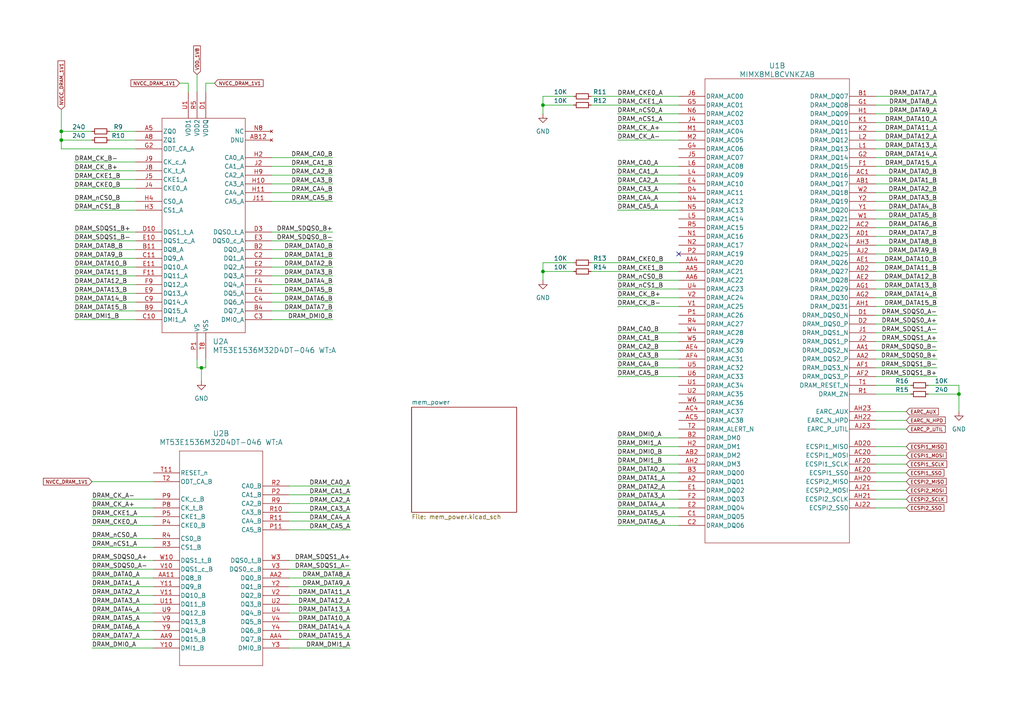
<source format=kicad_sch>
(kicad_sch (version 20231120) (generator "eeschema") (generator_version "8.0")
  (paper "A4")
  (lib_symbols
    (symbol "Device:R_Small" (pin_numbers hide) (pin_names (offset 0.254) hide)
      (property "Reference" "R" (at 0.762 0.508 0))
      (property "Value" "R_Small" (at 0.762 -1.016 0))
      (symbol "R_Small_1_1"
        (pin passive line (at 0 2.54 270) (length 0.762) (name "~") (number "1"))
        (pin passive line (at 0 -2.54 90) (length 0.762) (name "~") (number "2"))
      )
    )
    (symbol "MIMX8ML8CVNKZAB:MIMX8ML8CVNKZAB" (pin_names (offset 0.254))
      (property "Reference" "U" (at 27.94 12.7 0))
      (property "Value" "MIMX8ML8CVNKZAB" (at 27.94 10.16 0))
      (symbol "MIMX8ML8CVNKZAB_1_1"
        (pin bidirectional line (at 55.88 -7.62 180) (length 7.62) (name "BOOT_MODE1") (number "F8"))
        (pin bidirectional line (at 55.88 -5.08 180) (length 7.62) (name "BOOT_MODE0") (number "G10"))
        (pin bidirectional line (at 55.88 -12.7 180) (length 7.62) (name "BOOT_MODE3") (number "G12"))
        (pin bidirectional line (at 55.88 -10.16 180) (length 7.62) (name "BOOT_MODE2") (number "G8"))
        (pin input line (at 16.51 0 0) (length 7.62) (name "CLKIN1") (number "K28"))
        (pin output line (at 55.88 2.54 180) (length 7.62) (name "CLKOUT1") (number "K29"))
        (pin input line (at 16.51 -2.54 0) (length 7.62) (name "CLKIN2") (number "L28"))
        (pin output line (at 55.88 0 180) (length 7.62) (name "CLKOUT2") (number "L29"))
      )
      (symbol "MIMX8ML8CVNKZAB_2_1"
        (pin bidirectional line (at 0 -111.76 0) (length 7.62) (name "DRAM_DQ01") (number "A2"))
        (pin bidirectional line (at 57.15 -73.66 180) (length 7.62) (name "DRAM_DQS2_N") (number "AA1"))
        (pin bidirectional line (at 57.15 -76.2 180) (length 7.62) (name "DRAM_DQS2_P") (number "AA2"))
        (pin bidirectional line (at 0 -48.26 0) (length 7.62) (name "DRAM_AC20") (number "AA4"))
        (pin bidirectional line (at 0 -50.8 0) (length 7.62) (name "DRAM_AC21") (number "AA5"))
        (pin bidirectional line (at 0 -53.34 0) (length 7.62) (name "DRAM_AC22") (number "AA6"))
        (pin bidirectional line (at 57.15 -25.4 180) (length 7.62) (name "DRAM_DQ17") (number "AB1"))
        (pin bidirectional line (at 0 -104.14 0) (length 7.62) (name "DRAM_DM2") (number "AB2"))
        (pin bidirectional line (at 57.15 -22.86 180) (length 7.62) (name "DRAM_DQ16") (number "AC1"))
        (pin bidirectional line (at 57.15 -38.1 180) (length 7.62) (name "DRAM_DQ22") (number "AC2"))
        (pin bidirectional line (at 57.15 -104.14 180) (length 7.62) (name "ECSPI1_MOSI") (number "AC20"))
        (pin bidirectional line (at 0 -91.44 0) (length 7.62) (name "DRAM_AC37") (number "AC4"))
        (pin bidirectional line (at 0 -93.98 0) (length 7.62) (name "DRAM_AC38") (number "AC5"))
        (pin bidirectional line (at 57.15 -40.64 180) (length 7.62) (name "DRAM_DQ23") (number "AD1"))
        (pin bidirectional line (at 57.15 -50.8 180) (length 7.62) (name "DRAM_DQ27") (number "AD2"))
        (pin bidirectional line (at 57.15 -101.6 180) (length 7.62) (name "ECSPI1_MISO") (number "AD20"))
        (pin bidirectional line (at 57.15 -48.26 180) (length 7.62) (name "DRAM_DQ26") (number "AE1"))
        (pin bidirectional line (at 57.15 -53.34 180) (length 7.62) (name "DRAM_DQ28") (number "AE2"))
        (pin bidirectional line (at 57.15 -109.22 180) (length 7.62) (name "ECSPI1_SS0") (number "AE20"))
        (pin bidirectional line (at 0 -73.66 0) (length 7.62) (name "DRAM_AC30") (number "AE4"))
        (pin bidirectional line (at 57.15 -78.74 180) (length 7.62) (name "DRAM_DQS3_N") (number "AF1"))
        (pin bidirectional line (at 57.15 -81.28 180) (length 7.62) (name "DRAM_DQS3_P") (number "AF2"))
        (pin bidirectional line (at 57.15 -106.68 180) (length 7.62) (name "ECSPI1_SCLK") (number "AF20"))
        (pin bidirectional line (at 0 -76.2 0) (length 7.62) (name "DRAM_AC31") (number "AF4"))
        (pin bidirectional line (at 57.15 -55.88 180) (length 7.62) (name "DRAM_DQ29") (number "AG1"))
        (pin bidirectional line (at 57.15 -58.42 180) (length 7.62) (name "DRAM_DQ30") (number "AG2"))
        (pin bidirectional line (at 57.15 -60.96 180) (length 7.62) (name "DRAM_DQ31") (number "AH1"))
        (pin bidirectional line (at 0 -106.68 0) (length 7.62) (name "DRAM_DM3") (number "AH2"))
        (pin bidirectional line (at 57.15 -111.76 180) (length 7.62) (name "ECSPI2_MISO") (number "AH20"))
        (pin bidirectional line (at 57.15 -116.84 180) (length 7.62) (name "ECSPI2_SCLK") (number "AH21"))
        (pin unspecified line (at 57.15 -93.98 180) (length 7.62) (name "EARC_N_HPD") (number "AH22"))
        (pin unspecified line (at 57.15 -91.44 180) (length 7.62) (name "EARC_AUX") (number "AH23"))
        (pin bidirectional line (at 57.15 -43.18 180) (length 7.62) (name "DRAM_DQ24") (number "AH3"))
        (pin bidirectional line (at 57.15 -45.72 180) (length 7.62) (name "DRAM_DQ25") (number "AJ2"))
        (pin bidirectional line (at 57.15 -114.3 180) (length 7.62) (name "ECSPI2_MOSI") (number "AJ21"))
        (pin bidirectional line (at 57.15 -119.38 180) (length 7.62) (name "ECSPI2_SS0") (number "AJ22"))
        (pin unspecified line (at 57.15 -96.52 180) (length 7.62) (name "EARC_P_UTIL") (number "AJ23"))
        (pin bidirectional line (at 57.15 0 180) (length 7.62) (name "DRAM_DQ07") (number "B1"))
        (pin bidirectional line (at 0 -99.06 0) (length 7.62) (name "DRAM_DM0") (number "B2"))
        (pin bidirectional line (at 0 -109.22 0) (length 7.62) (name "DRAM_DQ00") (number "B3"))
        (pin bidirectional line (at 0 -121.92 0) (length 7.62) (name "DRAM_DQ05") (number "C1"))
        (pin bidirectional line (at 0 -124.46 0) (length 7.62) (name "DRAM_DQ06") (number "C2"))
        (pin bidirectional line (at 57.15 -63.5 180) (length 7.62) (name "DRAM_DQS0_N") (number "D1"))
        (pin bidirectional line (at 57.15 -66.04 180) (length 7.62) (name "DRAM_DQS0_P") (number "D2"))
        (pin bidirectional line (at 0 -27.94 0) (length 7.62) (name "DRAM_AC11") (number "D4"))
        (pin bidirectional line (at 0 -114.3 0) (length 7.62) (name "DRAM_DQ02") (number "E1"))
        (pin bidirectional line (at 0 -119.38 0) (length 7.62) (name "DRAM_DQ04") (number "E2"))
        (pin bidirectional line (at 0 -25.4 0) (length 7.62) (name "DRAM_AC10") (number "E4"))
        (pin bidirectional line (at 57.15 -20.32 180) (length 7.62) (name "DRAM_DQ15") (number "F1"))
        (pin bidirectional line (at 0 -116.84 0) (length 7.62) (name "DRAM_DQ03") (number "F2"))
        (pin bidirectional line (at 57.15 -2.54 180) (length 7.62) (name "DRAM_DQ08") (number "G1"))
        (pin bidirectional line (at 57.15 -17.78 180) (length 7.62) (name "DRAM_DQ14") (number "G2"))
        (pin bidirectional line (at 0 -15.24 0) (length 7.62) (name "DRAM_AC06") (number "G4"))
        (pin bidirectional line (at 0 -2.54 0) (length 7.62) (name "DRAM_AC01") (number "G5"))
        (pin bidirectional line (at 57.15 -5.08 180) (length 7.62) (name "DRAM_DQ09") (number "H1"))
        (pin bidirectional line (at 0 -101.6 0) (length 7.62) (name "DRAM_DM1") (number "H2"))
        (pin bidirectional line (at 57.15 -68.58 180) (length 7.62) (name "DRAM_DQS1_N") (number "J1"))
        (pin bidirectional line (at 57.15 -71.12 180) (length 7.62) (name "DRAM_DQS1_P") (number "J2"))
        (pin bidirectional line (at 0 -7.62 0) (length 7.62) (name "DRAM_AC03") (number "J4"))
        (pin bidirectional line (at 0 -17.78 0) (length 7.62) (name "DRAM_AC07") (number "J5"))
        (pin bidirectional line (at 0 0 0) (length 7.62) (name "DRAM_AC00") (number "J6"))
        (pin bidirectional line (at 57.15 -7.62 180) (length 7.62) (name "DRAM_DQ10") (number "K1"))
        (pin bidirectional line (at 57.15 -10.16 180) (length 7.62) (name "DRAM_DQ11") (number "K2"))
        (pin bidirectional line (at 57.15 -15.24 180) (length 7.62) (name "DRAM_DQ13") (number "L1"))
        (pin bidirectional line (at 57.15 -12.7 180) (length 7.62) (name "DRAM_DQ12") (number "L2"))
        (pin bidirectional line (at 0 -22.86 0) (length 7.62) (name "DRAM_AC09") (number "L4"))
        (pin bidirectional line (at 0 -35.56 0) (length 7.62) (name "DRAM_AC14") (number "L5"))
        (pin bidirectional line (at 0 -20.32 0) (length 7.62) (name "DRAM_AC08") (number "L6"))
        (pin bidirectional line (at 0 -10.16 0) (length 7.62) (name "DRAM_AC04") (number "M1"))
        (pin bidirectional line (at 0 -12.7 0) (length 7.62) (name "DRAM_AC05") (number "M2"))
        (pin bidirectional line (at 0 -40.64 0) (length 7.62) (name "DRAM_AC16") (number "N1"))
        (pin bidirectional line (at 0 -43.18 0) (length 7.62) (name "DRAM_AC17") (number "N2"))
        (pin bidirectional line (at 0 -30.48 0) (length 7.62) (name "DRAM_AC12") (number "N4"))
        (pin bidirectional line (at 0 -33.02 0) (length 7.62) (name "DRAM_AC13") (number "N5"))
        (pin bidirectional line (at 0 -5.08 0) (length 7.62) (name "DRAM_AC02") (number "N6"))
        (pin bidirectional line (at 0 -63.5 0) (length 7.62) (name "DRAM_AC26") (number "P1"))
        (pin bidirectional line (at 0 -45.72 0) (length 7.62) (name "DRAM_AC19") (number "P2"))
        (pin unspecified line (at 57.15 -86.36 180) (length 7.62) (name "DRAM_ZN") (number "R1"))
        (pin bidirectional line (at 0 -66.04 0) (length 7.62) (name "DRAM_AC27") (number "R4"))
        (pin bidirectional line (at 0 -38.1 0) (length 7.62) (name "DRAM_AC15") (number "R5"))
        (pin unspecified line (at 57.15 -83.82 180) (length 7.62) (name "DRAM_RESET_N") (number "T1"))
        (pin unspecified line (at 0 -96.52 0) (length 7.62) (name "DRAM_ALERT_N") (number "T2"))
        (pin bidirectional line (at 0 -83.82 0) (length 7.62) (name "DRAM_AC34") (number "U1"))
        (pin bidirectional line (at 0 -86.36 0) (length 7.62) (name "DRAM_AC35") (number "U2"))
        (pin bidirectional line (at 0 -55.88 0) (length 7.62) (name "DRAM_AC23") (number "U4"))
        (pin bidirectional line (at 0 -78.74 0) (length 7.62) (name "DRAM_AC32") (number "U5"))
        (pin bidirectional line (at 0 -81.28 0) (length 7.62) (name "DRAM_AC33") (number "U6"))
        (pin bidirectional line (at 0 -60.96 0) (length 7.62) (name "DRAM_AC25") (number "V1"))
        (pin bidirectional line (at 0 -58.42 0) (length 7.62) (name "DRAM_AC24") (number "V2"))
        (pin bidirectional line (at 57.15 -35.56 180) (length 7.62) (name "DRAM_DQ21") (number "W1"))
        (pin bidirectional line (at 57.15 -27.94 180) (length 7.62) (name "DRAM_DQ18") (number "W2"))
        (pin bidirectional line (at 0 -68.58 0) (length 7.62) (name "DRAM_AC28") (number "W4"))
        (pin bidirectional line (at 0 -71.12 0) (length 7.62) (name "DRAM_AC29") (number "W5"))
        (pin bidirectional line (at 0 -88.9 0) (length 7.62) (name "DRAM_AC36") (number "W6"))
        (pin bidirectional line (at 57.15 -33.02 180) (length 7.62) (name "DRAM_DQ20") (number "Y1"))
        (pin bidirectional line (at 57.15 -30.48 180) (length 7.62) (name "DRAM_DQ19") (number "Y2"))
      )
      (symbol "MIMX8ML8CVNKZAB_3_1"
        (pin bidirectional line (at 53.34 -111.76 180) (length 7.62) (name "LVDS1_D0_P") (number "A26"))
        (pin bidirectional line (at 53.34 -116.84 180) (length 7.62) (name "LVDS1_D1_P") (number "A27"))
        (pin bidirectional line (at 53.34 -83.82 180) (length 7.62) (name "LVDS1_CLK_P") (number "A28"))
        (pin bidirectional line (at 53.34 -33.02 180) (length 7.62) (name "GPIO1_IO06") (number "A3"))
        (pin bidirectional line (at 53.34 -53.34 180) (length 7.62) (name "GPIO1_IO14") (number "A4"))
        (pin bidirectional line (at 53.34 -48.26 180) (length 7.62) (name "GPIO1_IO12") (number "A5"))
        (pin bidirectional line (at 53.34 -50.8 180) (length 7.62) (name "GPIO1_IO13") (number "A6"))
        (pin bidirectional line (at 53.34 -17.78 180) (length 7.62) (name "GPIO1_IO00") (number "A7"))
        (pin bidirectional line (at 53.34 -38.1 180) (length 7.62) (name "GPIO1_IO08") (number "A8"))
        (pin unspecified line (at 0 -25.4 0) (length 7.62) (name "HDMI_DDC_SCL") (number "AC22"))
        (pin bidirectional line (at 0 -10.16 0) (length 7.62) (name "ENET_TD0") (number "AC25"))
        (pin bidirectional line (at 0 -58.42 0) (length 7.62) (name "I2C1_SCL") (number "AC8"))
        (pin unspecified line (at 0 -22.86 0) (length 7.62) (name "HDMI_CEC") (number "AD22"))
        (pin bidirectional line (at 0 -17.78 0) (length 7.62) (name "ENET_TD3") (number "AD24"))
        (pin bidirectional line (at 53.34 -71.12 180) (length 7.62) (name "I2C4_SDA") (number "AD8"))
        (pin unspecified line (at 0 -30.48 0) (length 7.62) (name "HDMI_HPD") (number "AE22"))
        (pin unspecified line (at 53.34 -12.7 180) (length 7.62) (name "ENET_TXC") (number "AE24"))
        (pin bidirectional line (at 0 -12.7 0) (length 7.62) (name "ENET_TD1") (number "AE26"))
        (pin unspecified line (at 53.34 -5.08 180) (length 7.62) (name "ENET_RX_CTL") (number "AE28"))
        (pin unspecified line (at 53.34 -7.62 180) (length 7.62) (name "ENET_RXC") (number "AE29"))
        (pin bidirectional line (at 53.34 -63.5 180) (length 7.62) (name "I2C2_SDA") (number "AE8"))
        (pin unspecified line (at 0 -27.94 0) (length 7.62) (name "HDMI_DDC_SDA") (number "AF22"))
        (pin unspecified line (at 53.34 -10.16 180) (length 7.62) (name "ENET_TX_CTL") (number "AF24"))
        (pin bidirectional line (at 0 -15.24 0) (length 7.62) (name "ENET_TD2") (number "AF26"))
        (pin bidirectional line (at 0 -7.62 0) (length 7.62) (name "ENET_RD3") (number "AF28"))
        (pin bidirectional line (at 0 -5.08 0) (length 7.62) (name "ENET_RD2") (number "AF29"))
        (pin bidirectional line (at 53.34 -68.58 180) (length 7.62) (name "I2C4_SCL") (number "AF8"))
        (pin bidirectional line (at 0 -2.54 0) (length 7.62) (name "ENET_RD1") (number "AG28"))
        (pin bidirectional line (at 0 0 0) (length 7.62) (name "ENET_RD0") (number "AG29"))
        (pin unspecified line (at 0 -53.34 0) (length 7.62) (name "HDMI_TXC_P") (number "AH24"))
        (pin bidirectional line (at 0 -38.1 0) (length 7.62) (name "HDMI_TX0_P") (number "AH25"))
        (pin bidirectional line (at 0 -43.18 0) (length 7.62) (name "HDMI_TX1_P") (number "AH26"))
        (pin bidirectional line (at 0 -48.26 0) (length 7.62) (name "HDMI_TX2_P") (number "AH27"))
        (pin unspecified line (at 53.34 0 180) (length 7.62) (name "ENET_MDC") (number "AH28"))
        (pin unspecified line (at 53.34 -2.54 180) (length 7.62) (name "ENET_MDIO") (number "AH29"))
        (pin bidirectional line (at 53.34 -60.96 180) (length 7.62) (name "I2C2_SCL") (number "AH6"))
        (pin bidirectional line (at 0 -60.96 0) (length 7.62) (name "I2C1_SDA") (number "AH7"))
        (pin unspecified line (at 0 -50.8 0) (length 7.62) (name "HDMI_TXC_N") (number "AJ24"))
        (pin bidirectional line (at 0 -35.56 0) (length 7.62) (name "HDMI_TX0_N") (number "AJ25"))
        (pin bidirectional line (at 0 -40.64 0) (length 7.62) (name "HDMI_TX1_N") (number "AJ26"))
        (pin bidirectional line (at 0 -45.72 0) (length 7.62) (name "HDMI_TX2_N") (number "AJ27"))
        (pin unspecified line (at 0 -33.02 0) (length 7.62) (name "HDMI_REXT") (number "AJ28"))
        (pin bidirectional line (at 0 -68.58 0) (length 7.62) (name "I2C3_SDA") (number "AJ6"))
        (pin bidirectional line (at 0 -66.04 0) (length 7.62) (name "I2C3_SCL") (number "AJ7"))
        (pin bidirectional line (at 53.34 -109.22 180) (length 7.62) (name "LVDS1_D0_N") (number "B26"))
        (pin bidirectional line (at 53.34 -114.3 180) (length 7.62) (name "LVDS1_D1_N") (number "B27"))
        (pin bidirectional line (at 53.34 -81.28 180) (length 7.62) (name "LVDS1_CLK_N") (number "B28"))
        (pin bidirectional line (at 53.34 -121.92 180) (length 7.62) (name "LVDS1_D2_P") (number "B29"))
        (pin bidirectional line (at 53.34 -30.48 180) (length 7.62) (name "GPIO1_IO05") (number "B4"))
        (pin bidirectional line (at 53.34 -55.88 180) (length 7.62) (name "GPIO1_IO15") (number "B5"))
        (pin bidirectional line (at 53.34 -22.86 180) (length 7.62) (name "GPIO1_IO02") (number "B6"))
        (pin bidirectional line (at 53.34 -43.18 180) (length 7.62) (name "GPIO1_IO10") (number "B7"))
        (pin bidirectional line (at 53.34 -40.64 180) (length 7.62) (name "GPIO1_IO09") (number "B8"))
        (pin bidirectional line (at 53.34 -119.38 180) (length 7.62) (name "LVDS1_D2_N") (number "C28"))
        (pin bidirectional line (at 53.34 -127 180) (length 7.62) (name "LVDS1_D3_P") (number "C29"))
        (pin bidirectional line (at 53.34 -124.46 180) (length 7.62) (name "LVDS1_D3_N") (number "D28"))
        (pin bidirectional line (at 53.34 -91.44 180) (length 7.62) (name "LVDS0_D0_P") (number "D29"))
        (pin bidirectional line (at 53.34 -25.4 180) (length 7.62) (name "GPIO1_IO03") (number "D6"))
        (pin bidirectional line (at 53.34 -45.72 180) (length 7.62) (name "GPIO1_IO11") (number "D8"))
        (pin bidirectional line (at 53.34 -88.9 180) (length 7.62) (name "LVDS0_D0_N") (number "E28"))
        (pin bidirectional line (at 53.34 -96.52 180) (length 7.62) (name "LVDS0_D1_P") (number "E29"))
        (pin bidirectional line (at 53.34 -27.94 180) (length 7.62) (name "GPIO1_IO04") (number "E6"))
        (pin bidirectional line (at 53.34 -20.32 180) (length 7.62) (name "GPIO1_IO01") (number "E8"))
        (pin unspecified line (at 0 -81.28 0) (length 7.62) (name "JTAG_TDO") (number "F14"))
        (pin bidirectional line (at 53.34 -93.98 180) (length 7.62) (name "LVDS0_D1_N") (number "F28"))
        (pin bidirectional line (at 53.34 -78.74 180) (length 7.62) (name "LVDS0_CLK_P") (number "F29"))
        (pin bidirectional line (at 53.34 -35.56 180) (length 7.62) (name "GPIO1_IO07") (number "F6"))
        (pin unspecified line (at 0 -83.82 0) (length 7.62) (name "JTAG_TMS") (number "G14"))
        (pin unspecified line (at 0 -78.74 0) (length 7.62) (name "JTAG_TDI") (number "G16"))
        (pin unspecified line (at 0 -76.2 0) (length 7.62) (name "JTAG_TCK") (number "G18"))
        (pin unspecified line (at 0 -73.66 0) (length 7.62) (name "JTAG_MOD") (number "G20"))
        (pin bidirectional line (at 53.34 -76.2 180) (length 7.62) (name "LVDS0_CLK_N") (number "G28"))
        (pin bidirectional line (at 53.34 -101.6 180) (length 7.62) (name "LVDS0_D2_P") (number "G29"))
        (pin bidirectional line (at 53.34 -99.06 180) (length 7.62) (name "LVDS0_D2_N") (number "H28"))
        (pin bidirectional line (at 53.34 -106.68 180) (length 7.62) (name "LVDS0_D3_P") (number "H29"))
        (pin bidirectional line (at 53.34 -104.14 180) (length 7.62) (name "LVDS0_D3_N") (number "J28"))
      )
      (symbol "MIMX8ML8CVNKZAB_4_1"
        (pin unspecified line (at 0 -83.82 0) (length 7.62) (name "PCIE_RXN_P") (number "A14"))
        (pin unspecified line (at 0 -88.9 0) (length 7.62) (name "PCIE_TXN_P") (number "A15"))
        (pin bidirectional line (at 0 -43.18 0) (length 7.62) (name "MIPI_DSI1_D0_P") (number "A16"))
        (pin bidirectional line (at 0 -48.26 0) (length 7.62) (name "MIPI_DSI1_D1_P") (number "A17"))
        (pin bidirectional line (at 60.96 -15.24 180) (length 7.62) (name "MIPI_DSI1_CLK_P") (number "A18"))
        (pin bidirectional line (at 0 -53.34 0) (length 7.62) (name "MIPI_DSI1_D2_P") (number "A19"))
        (pin bidirectional line (at 0 -58.42 0) (length 7.62) (name "MIPI_DSI1_D3_P") (number "A20"))
        (pin bidirectional line (at 0 -38.1 0) (length 7.62) (name "MIPI_CSI2_D3_P") (number "A21"))
        (pin bidirectional line (at 0 -33.02 0) (length 7.62) (name "MIPI_CSI2_D2_P") (number "A22"))
        (pin bidirectional line (at 60.96 -10.16 180) (length 7.62) (name "MIPI_CSI2_CLK_P") (number "A23"))
        (pin bidirectional line (at 0 -27.94 0) (length 7.62) (name "MIPI_CSI2_D1_P") (number "A24"))
        (pin bidirectional line (at 0 -22.86 0) (length 7.62) (name "MIPI_CSI2_D0_P") (number "A25"))
        (pin bidirectional line (at 60.96 -91.44 180) (length 7.62) (name "SAI1_MCLK") (number "AE12"))
        (pin bidirectional line (at 60.96 -101.6 180) (length 7.62) (name "SAI1_TXFS") (number "AF12"))
        (pin bidirectional line (at 60.96 -93.98 180) (length 7.62) (name "SAI1_RXC") (number "AH8"))
        (pin bidirectional line (at 60.96 -99.06 180) (length 7.62) (name "SAI1_TXC") (number "AJ12"))
        (pin bidirectional line (at 60.96 -96.52 180) (length 7.62) (name "SAI1_RXFS") (number "AJ9"))
        (pin unspecified line (at 0 -81.28 0) (length 7.62) (name "PCIE_RXN_N") (number "B14"))
        (pin unspecified line (at 0 -86.36 0) (length 7.62) (name "PCIE_TXN_N") (number "B15"))
        (pin bidirectional line (at 0 -40.64 0) (length 7.62) (name "MIPI_DSI1_D0_N") (number "B16"))
        (pin bidirectional line (at 0 -45.72 0) (length 7.62) (name "MIPI_DSI1_D1_N") (number "B17"))
        (pin bidirectional line (at 60.96 -12.7 180) (length 7.62) (name "MIPI_DSI1_CLK_N") (number "B18"))
        (pin bidirectional line (at 0 -50.8 0) (length 7.62) (name "MIPI_DSI1_D2_N") (number "B19"))
        (pin bidirectional line (at 0 -55.88 0) (length 7.62) (name "MIPI_DSI1_D3_N") (number "B20"))
        (pin bidirectional line (at 0 -35.56 0) (length 7.62) (name "MIPI_CSI2_D3_N") (number "B21"))
        (pin bidirectional line (at 0 -30.48 0) (length 7.62) (name "MIPI_CSI2_D2_N") (number "B22"))
        (pin bidirectional line (at 60.96 -7.62 180) (length 7.62) (name "MIPI_CSI2_CLK_N") (number "B23"))
        (pin bidirectional line (at 0 -25.4 0) (length 7.62) (name "MIPI_CSI2_D1_N") (number "B24"))
        (pin bidirectional line (at 0 -20.32 0) (length 7.62) (name "MIPI_CSI2_D0_N") (number "B25"))
        (pin unspecified line (at 0 -76.2 0) (length 7.62) (name "PCIE_REF_PAD_CLK_P") (number "D16"))
        (pin bidirectional line (at 0 -2.54 0) (length 7.62) (name "MIPI_CSI1_D0_P") (number "D18"))
        (pin bidirectional line (at 0 -7.62 0) (length 7.62) (name "MIPI_CSI1_D1_P") (number "D20"))
        (pin bidirectional line (at 60.96 -5.08 180) (length 7.62) (name "MIPI_CSI1_CLK_P") (number "D22"))
        (pin bidirectional line (at 0 -12.7 0) (length 7.62) (name "MIPI_CSI1_D2_P") (number "D24"))
        (pin bidirectional line (at 0 -17.78 0) (length 7.62) (name "MIPI_CSI1_D3_P") (number "D26"))
        (pin unspecified line (at 0 -73.66 0) (length 7.62) (name "PCIE_REF_PAD_CLK_N") (number "E16"))
        (pin bidirectional line (at 0 0 0) (length 7.62) (name "MIPI_CSI1_D0_N") (number "E18"))
        (pin bidirectional line (at 0 -5.08 0) (length 7.62) (name "MIPI_CSI1_D1_N") (number "E20"))
        (pin bidirectional line (at 60.96 -2.54 180) (length 7.62) (name "MIPI_CSI1_CLK_N") (number "E22"))
        (pin bidirectional line (at 0 -10.16 0) (length 7.62) (name "MIPI_CSI1_D2_N") (number "E24"))
        (pin bidirectional line (at 0 -15.24 0) (length 7.62) (name "MIPI_CSI1_D3_N") (number "E26"))
        (pin unspecified line (at 0 -78.74 0) (length 7.62) (name "PCIE_RESREF") (number "F16"))
        (pin unspecified line (at 60.96 -20.32 180) (length 7.62) (name "MIPI_VREG1_CAP") (number "F18"))
        (pin unspecified line (at 60.96 -76.2 180) (length 7.62) (name "PMIC_ON_REQ") (number "F22"))
        (pin unspecified line (at 60.96 -17.78 180) (length 7.62) (name "MIPI_TEST_DNU") (number "F24"))
        (pin unspecified line (at 0 -68.58 0) (length 7.62) (name "ONOFF") (number "G22"))
        (pin unspecified line (at 60.96 -78.74 180) (length 7.62) (name "PMIC_STBY_REQ") (number "J24"))
        (pin unspecified line (at 60.96 -83.82 180) (length 7.62) (name "RTC_XTALI") (number "J25"))
        (pin unspecified line (at 60.96 -86.36 180) (length 7.62) (name "RTC_XTALO") (number "J26"))
        (pin unspecified line (at 0 -91.44 0) (length 7.62) (name "POR_B") (number "J29"))
        (pin bidirectional line (at 60.96 -45.72 180) (length 7.62) (name "NAND_DATA02") (number "L24"))
        (pin bidirectional line (at 60.96 -43.18 180) (length 7.62) (name "NAND_DATA01") (number "L25"))
        (pin bidirectional line (at 60.96 -27.94 180) (length 7.62) (name "NAND_CE0_B") (number "L26"))
        (pin unspecified line (at 60.96 -38.1 180) (length 7.62) (name "NAND_CLE") (number "M28"))
        (pin bidirectional line (at 60.96 -55.88 180) (length 7.62) (name "NAND_DATA06") (number "M29"))
        (pin bidirectional line (at 60.96 -48.26 180) (length 7.62) (name "NAND_DATA03") (number "N24"))
        (pin unspecified line (at 60.96 -25.4 180) (length 7.62) (name "NAND_ALE") (number "N25"))
        (pin bidirectional line (at 60.96 -35.56 180) (length 7.62) (name "NAND_CE3_B") (number "N28"))
        (pin bidirectional line (at 60.96 -53.34 180) (length 7.62) (name "NAND_DATA05") (number "N29"))
        (pin bidirectional line (at 60.96 -33.02 180) (length 7.62) (name "NAND_CE2_B") (number "P28"))
        (pin bidirectional line (at 60.96 -50.8 180) (length 7.62) (name "NAND_DATA04") (number "P29"))
        (pin bidirectional line (at 60.96 -40.64 180) (length 7.62) (name "NAND_DATA00") (number "R25"))
        (pin unspecified line (at 60.96 -60.96 180) (length 7.62) (name "NAND_DQS") (number "R26"))
        (pin unspecified line (at 60.96 -63.5 180) (length 7.62) (name "NAND_RE_B") (number "R28"))
        (pin bidirectional line (at 60.96 -58.42 180) (length 7.62) (name "NAND_DATA07") (number "R29"))
        (pin unspecified line (at 60.96 -66.04 180) (length 7.62) (name "NAND_READY_B") (number "T28"))
        (pin bidirectional line (at 60.96 -30.48 180) (length 7.62) (name "NAND_CE1_B") (number "T29"))
        (pin power_in line (at 0 -63.5 0) (length 7.62) (name "NVCC_SD1") (number "U24"))
        (pin unspecified line (at 60.96 -68.58 180) (length 7.62) (name "NAND_WE_B") (number "U28"))
        (pin unspecified line (at 60.96 -71.12 180) (length 7.62) (name "NAND_WP_B") (number "U29"))
        (pin power_in line (at 0 -66.04 0) (length 7.62) (name "NVCC_SD2") (number "W24"))
      )
      (symbol "MIMX8ML8CVNKZAB_5_1"
        (pin bidirectional line (at 0 -106.68 0) (length 7.62) (name "USB1_TX_P") (number "A10"))
        (pin bidirectional line (at 0 -111.76 0) (length 7.62) (name "USB1_VBUS") (number "A11"))
        (pin bidirectional line (at 0 -101.6 0) (length 7.62) (name "USB1_RX_P") (number "A9"))
        (pin bidirectional line (at 0 -71.12 0) (length 7.62) (name "SD2_DATA3") (number "AA25"))
        (pin bidirectional line (at 0 -68.58 0) (length 7.62) (name "SD2_DATA2") (number "AA26"))
        (pin bidirectional line (at 53.34 -73.66 180) (length 7.62) (name "SD1_DATA6") (number "AA28"))
        (pin bidirectional line (at 53.34 -71.12 180) (length 7.62) (name "SD1_DATA5") (number "AA29"))
        (pin bidirectional line (at 0 -60.96 0) (length 7.62) (name "SD2_CMD") (number "AB28"))
        (pin bidirectional line (at 0 -58.42 0) (length 7.62) (name "SD2_CLK") (number "AB29"))
        (pin bidirectional line (at 53.34 0 180) (length 7.62) (name "SAI1_RXD0") (number "AC10"))
        (pin bidirectional line (at 53.34 -35.56 180) (length 7.62) (name "SAI1_TXD6") (number "AC12"))
        (pin bidirectional line (at 53.34 -48.26 180) (length 7.62) (name "SAI5_RXFS") (number "AC14"))
        (pin bidirectional line (at 0 -38.1 0) (length 7.62) (name "SAI3_TXFS") (number "AC16"))
        (pin unspecified line (at 0 -81.28 0) (length 7.62) (name "SPDIF_EXT_CLK") (number "AC18"))
        (pin bidirectional line (at 0 -76.2 0) (length 7.62) (name "SD2_WP") (number "AC26"))
        (pin bidirectional line (at 0 -63.5 0) (length 7.62) (name "SD2_DATA0") (number "AC28"))
        (pin bidirectional line (at 0 -66.04 0) (length 7.62) (name "SD2_DATA1") (number "AC29"))
        (pin bidirectional line (at 53.34 -10.16 180) (length 7.62) (name "SAI1_RXD4") (number "AD10"))
        (pin bidirectional line (at 53.34 -27.94 180) (length 7.62) (name "SAI1_TXD3") (number "AD12"))
        (pin bidirectional line (at 53.34 -45.72 180) (length 7.62) (name "SAI5_RXC") (number "AD14"))
        (pin bidirectional line (at 0 -45.72 0) (length 7.62) (name "SAI5_RXD1") (number "AD16"))
        (pin unspecified line (at 0 -83.82 0) (length 7.62) (name "SPDIF_RX") (number "AD18"))
        (pin bidirectional line (at 0 -73.66 0) (length 7.62) (name "SD2_RESET_B") (number "AD28"))
        (pin bidirectional line (at 0 -55.88 0) (length 7.62) (name "SD2_CD_B") (number "AD29"))
        (pin bidirectional line (at 53.34 -86.36 180) (length 7.62) (name "UART1_RXD") (number "AD6"))
        (pin bidirectional line (at 53.34 -12.7 180) (length 7.62) (name "SAI1_RXD5") (number "AE10"))
        (pin bidirectional line (at 0 -50.8 0) (length 7.62) (name "SAI5_RXD3") (number "AE14"))
        (pin bidirectional line (at 0 -43.18 0) (length 7.62) (name "SAI5_RXD0") (number "AE16"))
        (pin unspecified line (at 0 -86.36 0) (length 7.62) (name "SPDIF_TX") (number "AE18"))
        (pin bidirectional line (at 53.34 -96.52 180) (length 7.62) (name "UART3_RXD") (number "AE6"))
        (pin bidirectional line (at 53.34 -2.54 180) (length 7.62) (name "SAI1_RXD1") (number "AF10"))
        (pin bidirectional line (at 53.34 -43.18 180) (length 7.62) (name "SAI5_MCLK") (number "AF14"))
        (pin bidirectional line (at 0 -48.26 0) (length 7.62) (name "SAI5_RXD2") (number "AF16"))
        (pin bidirectional line (at 0 -27.94 0) (length 7.62) (name "SAI3_RXD") (number "AF18"))
        (pin bidirectional line (at 53.34 -91.44 180) (length 7.62) (name "UART2_RXD") (number "AF6"))
        (pin bidirectional line (at 53.34 -15.24 180) (length 7.62) (name "SAI1_RXD6") (number "AH10"))
        (pin bidirectional line (at 53.34 -25.4 180) (length 7.62) (name "SAI1_TXD2") (number "AH11"))
        (pin bidirectional line (at 53.34 -17.78 180) (length 7.62) (name "SAI1_RXD7") (number "AH12"))
        (pin bidirectional line (at 53.34 -30.48 180) (length 7.62) (name "SAI1_TXD4") (number "AH13"))
        (pin bidirectional line (at 53.34 -33.02 180) (length 7.62) (name "SAI1_TXD5") (number "AH14"))
        (pin bidirectional line (at 0 -7.62 0) (length 7.62) (name "SAI2_TXC") (number "AH15"))
        (pin bidirectional line (at 0 -17.78 0) (length 7.62) (name "SAI2_TXD0") (number "AH16"))
        (pin bidirectional line (at 0 -5.08 0) (length 7.62) (name "SAI2_RXFS") (number "AH17"))
        (pin bidirectional line (at 0 -35.56 0) (length 7.62) (name "SAI3_TXD") (number "AH18"))
        (pin bidirectional line (at 0 -33.02 0) (length 7.62) (name "SAI3_TXC") (number "AH19"))
        (pin bidirectional line (at 53.34 -93.98 180) (length 7.62) (name "UART2_TXD") (number "AH4"))
        (pin bidirectional line (at 53.34 -104.14 180) (length 7.62) (name "UART4_TXD") (number "AH5"))
        (pin bidirectional line (at 53.34 -5.08 180) (length 7.62) (name "SAI1_RXD2") (number "AH9"))
        (pin bidirectional line (at 53.34 -22.86 180) (length 7.62) (name "SAI1_TXD1") (number "AJ10"))
        (pin bidirectional line (at 53.34 -20.32 180) (length 7.62) (name "SAI1_TXD0") (number "AJ11"))
        (pin bidirectional line (at 53.34 -38.1 180) (length 7.62) (name "SAI1_TXD7") (number "AJ13"))
        (pin bidirectional line (at 0 -15.24 0) (length 7.62) (name "SAI2_RXD0") (number "AJ14"))
        (pin bidirectional line (at 0 0 0) (length 7.62) (name "SAI2_MCLK") (number "AJ15"))
        (pin bidirectional line (at 0 -2.54 0) (length 7.62) (name "SAI2_RXC") (number "AJ16"))
        (pin bidirectional line (at 0 -10.16 0) (length 7.62) (name "SAI2_TXFS") (number "AJ17"))
        (pin bidirectional line (at 0 -25.4 0) (length 7.62) (name "SAI3_RXC") (number "AJ18"))
        (pin bidirectional line (at 0 -30.48 0) (length 7.62) (name "SAI3_RXFS") (number "AJ19"))
        (pin bidirectional line (at 0 -22.86 0) (length 7.62) (name "SAI3_MCLK") (number "AJ20"))
        (pin bidirectional line (at 53.34 -88.9 180) (length 7.62) (name "UART1_TXD") (number "AJ3"))
        (pin bidirectional line (at 53.34 -99.06 180) (length 7.62) (name "UART3_TXD") (number "AJ4"))
        (pin bidirectional line (at 53.34 -101.6 180) (length 7.62) (name "UART4_RXD") (number "AJ5"))
        (pin bidirectional line (at 53.34 -7.62 180) (length 7.62) (name "SAI1_RXD3") (number "AJ8"))
        (pin bidirectional line (at 0 -104.14 0) (length 7.62) (name "USB1_TX_N") (number "B10"))
        (pin bidirectional line (at 0 -96.52 0) (length 7.62) (name "USB1_DNU") (number "B11"))
        (pin bidirectional line (at 0 -99.06 0) (length 7.62) (name "USB1_RX_N") (number "B9"))
        (pin bidirectional line (at 0 -93.98 0) (length 7.62) (name "USB1_D_P") (number "D10"))
        (pin bidirectional line (at 0 -91.44 0) (length 7.62) (name "USB1_D_N") (number "E10"))
        (pin bidirectional line (at 0 -109.22 0) (length 7.62) (name "USB1_TXRTUNE") (number "F10"))
        (pin bidirectional line (at 53.34 -76.2 180) (length 7.62) (name "SD1_DATA7") (number "U25"))
        (pin bidirectional line (at 53.34 -68.58 180) (length 7.62) (name "SD1_DATA4") (number "U26"))
        (pin bidirectional line (at 53.34 -66.04 180) (length 7.62) (name "SD1_DATA3") (number "V28"))
        (pin bidirectional line (at 53.34 -63.5 180) (length 7.62) (name "SD1_DATA2") (number "V29"))
        (pin bidirectional line (at 53.34 -78.74 180) (length 7.62) (name "SD1_RESET_B") (number "W25"))
        (pin bidirectional line (at 53.34 -81.28 180) (length 7.62) (name "SD1_STROBE") (number "W26"))
        (pin bidirectional line (at 53.34 -53.34 180) (length 7.62) (name "SD1_CLK") (number "W28"))
        (pin bidirectional line (at 53.34 -55.88 180) (length 7.62) (name "SD1_CMD") (number "W29"))
        (pin bidirectional line (at 53.34 -60.96 180) (length 7.62) (name "SD1_DATA1") (number "Y28"))
        (pin bidirectional line (at 53.34 -58.42 180) (length 7.62) (name "SD1_DATA0") (number "Y29"))
      )
      (symbol "MIMX8ML8CVNKZAB_6_1"
        (pin bidirectional line (at 66.04 -10.16 180) (length 7.62) (name "USB2_RX_P") (number "A12"))
        (pin bidirectional line (at 66.04 -15.24 180) (length 7.62) (name "USB2_TX_P") (number "A13"))
        (pin bidirectional line (at 66.04 -7.62 180) (length 7.62) (name "USB2_RX_N") (number "B12"))
        (pin bidirectional line (at 66.04 -12.7 180) (length 7.62) (name "USB2_TX_N") (number "B13"))
        (pin bidirectional line (at 66.04 -20.32 180) (length 7.62) (name "USB2_VBUS") (number "D12"))
        (pin bidirectional line (at 66.04 -2.54 180) (length 7.62) (name "USB2_D_P") (number "D14"))
        (pin bidirectional line (at 66.04 -5.08 180) (length 7.62) (name "USB2_DNU") (number "E12"))
        (pin bidirectional line (at 66.04 0 180) (length 7.62) (name "USB2_D_N") (number "E14"))
        (pin bidirectional line (at 66.04 -17.78 180) (length 7.62) (name "USB2_TXRTUNE") (number "F12"))
        (pin unspecified line (at 24.13 0 0) (length 7.62) (name "XTALI_24M") (number "G25"))
        (pin unspecified line (at 24.13 -2.54 0) (length 7.62) (name "XTALO_24M") (number "G26"))
      )
      (symbol "MIMX8ML8CVNKZAB_7_1"
        (pin power_in line (at 0 -50.8 0) (length 7.62) (name "NVCC_DRAM") (number "AA10"))
        (pin power_in line (at 0 -25.4 0) (length 7.62) (name "NVCC_SAI2_SAI3_SPDIF") (number "AA11"))
        (pin power_in line (at 0 -7.62 0) (length 7.62) (name "NVCC_ECSPI_HDMI") (number "AA14"))
        (pin power_in line (at 0 -60.96 0) (length 7.62) (name "PVCC2_1P8") (number "AA16"))
        (pin power_in line (at 0 -58.42 0) (length 7.62) (name "PVCC1_1P8") (number "AA19"))
        (pin power_in line (at 0 -10.16 0) (length 7.62) (name "NVCC_ENET") (number "AA24"))
        (pin power_in line (at 0 -45.72 0) (length 7.62) (name "NVCC_DRAM") (number "AA8"))
        (pin power_in line (at 0 -48.26 0) (length 7.62) (name "NVCC_DRAM") (number "J10"))
        (pin power_in line (at 0 -12.7 0) (length 7.62) (name "NVCC_GPIO") (number "J11"))
        (pin power_in line (at 0 -55.88 0) (length 7.62) (name "PVCC0_1P8") (number "J16"))
        (pin power_in line (at 0 -30.48 0) (length 7.62) (name "NVCC_DRAM") (number "J8"))
        (pin power_in line (at 0 -17.78 0) (length 7.62) (name "NVCC_JTAG") (number "K11"))
        (pin power_in line (at 0 -33.02 0) (length 7.62) (name "NVCC_DRAM") (number "L8"))
        (pin power_in line (at 0 -35.56 0) (length 7.62) (name "NVCC_DRAM") (number "N8"))
        (pin power_in line (at 0 0 0) (length 7.62) (name "DRAM_VREF") (number "R2"))
        (pin power_in line (at 0 -5.08 0) (length 7.62) (name "NVCC_CLK") (number "R22"))
        (pin power_in line (at 0 -27.94 0) (length 7.62) (name "NVCC_SNVS_1P8") (number "R24"))
        (pin power_in line (at 0 -38.1 0) (length 7.62) (name "NVCC_DRAM") (number "R8"))
        (pin power_in line (at 0 -20.32 0) (length 7.62) (name "NVCC_NAND") (number "U22"))
        (pin power_in line (at 0 -40.64 0) (length 7.62) (name "NVCC_DRAM") (number "U8"))
        (pin power_in line (at 0 -43.18 0) (length 7.62) (name "NVCC_DRAM") (number "W8"))
        (pin power_in line (at 0 -15.24 0) (length 7.62) (name "NVCC_I2C_UART") (number "Y10"))
        (pin power_in line (at 0 -22.86 0) (length 7.62) (name "NVCC_SAI1_SAI5") (number "Y11"))
      )
      (symbol "MIMX8ML8CVNKZAB_8_1"
        (pin power_in line (at 0 -25.4 0) (length 7.62) (name "VDD_EARC_1P8") (number "AA20"))
        (pin power_in line (at 0 -30.48 0) (length 7.62) (name "VDD_HDMI_1P8") (number "AA22"))
        (pin power_in line (at 0 -38.1 0) (length 7.62) (name "VDD_MIPI_1P2_CAP") (number "F20"))
        (pin power_in line (at 0 -60.96 0) (length 7.62) (name "VDD_USB_3P3") (number "J14"))
        (pin power_in line (at 0 -58.42 0) (length 7.62) (name "VDD_USB_1P8") (number "J19"))
        (pin power_in line (at 0 -2.54 0) (length 7.62) (name "VDD_ANA0_1P8") (number "J20"))
        (pin power_in line (at 0 -33.02 0) (length 7.62) (name "VDD_LVDS_1P8") (number "J22"))
        (pin power_in line (at 0 -114.3 0) (length 7.62) (name "VDD_SOC") (number "K10"))
        (pin power_in line (at 0 -55.88 0) (length 7.62) (name "VDD_USB_0P8") (number "K14"))
        (pin power_in line (at 0 -43.18 0) (length 7.62) (name "VDD_PCI_0P8") (number "K15"))
        (pin power_in line (at 0 -35.56 0) (length 7.62) (name "VDD_MIPI_0P8") (number "K16"))
        (pin power_in line (at 0 -45.72 0) (length 7.62) (name "VDD_PCI_1P8") (number "K19"))
        (pin power_in line (at 0 -40.64 0) (length 7.62) (name "VDD_MIPI_1P8") (number "K20"))
        (pin power_in line (at 0 -116.84 0) (length 7.62) (name "VDD_SOC") (number "L10"))
        (pin power_in line (at 0 -119.38 0) (length 7.62) (name "VDD_SOC") (number "L11"))
        (pin power_in line (at 0 -121.92 0) (length 7.62) (name "VDD_SOC") (number "L12"))
        (pin power_in line (at 0 -124.46 0) (length 7.62) (name "VDD_SOC") (number "L13"))
        (pin power_in line (at 0 -127 0) (length 7.62) (name "VDD_SOC") (number "L17"))
        (pin power_in line (at 0 0 0) (length 7.62) (name "VDD_24M_XTAL_1P8") (number "L22"))
        (pin power_in line (at 0 -104.14 0) (length 7.62) (name "VDD_SOC") (number "L9"))
        (pin power_in line (at 0 -7.62 0) (length 7.62) (name "VDD_ANA1_1P8") (number "N22"))
        (pin power_in line (at 0 -53.34 0) (length 7.62) (name "VDD_SNVS_0P8_CAP") (number "N26"))
        (pin power_in line (at 0 -106.68 0) (length 7.62) (name "VDD_SOC") (number "N9"))
        (pin power_in line (at 0 -5.08 0) (length 7.62) (name "VDD_ANA1_0P8") (number "R21"))
        (pin power_in line (at 0 -22.86 0) (length 7.62) (name "VDD_DRAM_PLL_1P8") (number "R6"))
        (pin power_in line (at 0 -20.32 0) (length 7.62) (name "VDD_DRAM_PLL_0P8") (number "R9"))
        (pin power_in line (at 0 -63.5 0) (length 7.62) (name "VDD_ARM") (number "T14"))
        (pin power_in line (at 0 -66.04 0) (length 7.62) (name "VDD_ARM") (number "T16"))
        (pin power_in line (at 0 -68.58 0) (length 7.62) (name "VDD_ARM") (number "U12"))
        (pin power_in line (at 0 -71.12 0) (length 7.62) (name "VDD_ARM") (number "U13"))
        (pin power_in line (at 0 -73.66 0) (length 7.62) (name "VDD_ARM") (number "U14"))
        (pin power_in line (at 0 -76.2 0) (length 7.62) (name "VDD_ARM") (number "U15"))
        (pin power_in line (at 0 -78.74 0) (length 7.62) (name "VDD_ARM") (number "U16"))
        (pin power_in line (at 0 -81.28 0) (length 7.62) (name "VDD_ARM") (number "U17"))
        (pin power_in line (at 0 -48.26 0) (length 7.62) (name "VDD_SAI_PLL_0P8") (number "U21"))
        (pin power_in line (at 0 -109.22 0) (length 7.62) (name "VDD_SOC") (number "U9"))
        (pin power_in line (at 0 -83.82 0) (length 7.62) (name "VDD_ARM") (number "V14"))
        (pin power_in line (at 0 -86.36 0) (length 7.62) (name "VDD_ARM") (number "V16"))
        (pin power_in line (at 0 -88.9 0) (length 7.62) (name "VDD_ARM") (number "W12"))
        (pin power_in line (at 0 -91.44 0) (length 7.62) (name "VDD_ARM") (number "W13"))
        (pin power_in line (at 0 -93.98 0) (length 7.62) (name "VDD_ARM") (number "W17"))
        (pin power_in line (at 0 -50.8 0) (length 7.62) (name "VDD_SAI_PLL_1P8") (number "W18"))
        (pin power_in line (at 0 -17.78 0) (length 7.62) (name "VDD_AVPLL_1P8") (number "W19"))
        (pin power_in line (at 0 -12.7 0) (length 7.62) (name "VDD_ARM_PLL_0P8") (number "W21"))
        (pin power_in line (at 0 -27.94 0) (length 7.62) (name "VDD_HDMI_0P8") (number "W22"))
        (pin power_in line (at 0 -111.76 0) (length 7.62) (name "VDD_SOC") (number "W9"))
        (pin power_in line (at 0 -96.52 0) (length 7.62) (name "VDD_ARM") (number "Y14"))
        (pin power_in line (at 0 -99.06 0) (length 7.62) (name "VDD_ARM") (number "Y15"))
        (pin power_in line (at 0 -101.6 0) (length 7.62) (name "VDD_ARM") (number "Y16"))
        (pin power_in line (at 0 -15.24 0) (length 7.62) (name "VDD_ARM_PLL_1P8") (number "Y19"))
        (pin power_in line (at 0 -10.16 0) (length 7.62) (name "VDD_ANA2_1P8") (number "Y20"))
      )
      (symbol "MIMX8ML8CVNKZAB_9_1"
        (pin power_out line (at 0 -66.04 0) (length 7.62) (name "VSS") (number "A1"))
        (pin power_out line (at 0 -116.84 0) (length 7.62) (name "VSS") (number "A29"))
        (pin power_out line (at 0 -119.38 0) (length 7.62) (name "VSS") (number "AA3"))
        (pin power_out line (at 0 -121.92 0) (length 7.62) (name "VSS") (number "AA7"))
        (pin power_out line (at 0 -124.46 0) (length 7.62) (name "VSS") (number "AB8"))
        (pin power_out line (at 0 -127 0) (length 7.62) (name "VSS") (number "AC3"))
        (pin power_out line (at 0 -68.58 0) (length 7.62) (name "VSS") (number "C4"))
        (pin power_out line (at 0 -71.12 0) (length 7.62) (name "VSS") (number "C6"))
        (pin power_out line (at 0 -73.66 0) (length 7.62) (name "VSS") (number "C8"))
        (pin power_out line (at 0 -76.2 0) (length 7.62) (name "VSS") (number "E3"))
        (pin power_out line (at 0 -78.74 0) (length 7.62) (name "VSS") (number "G3"))
        (pin power_out line (at 0 -81.28 0) (length 7.62) (name "VSS") (number "G6"))
        (pin power_out line (at 0 -83.82 0) (length 7.62) (name "VSS") (number "H8"))
        (pin power_out line (at 0 -86.36 0) (length 7.62) (name "VSS") (number "J3"))
        (pin power_out line (at 0 -88.9 0) (length 7.62) (name "VSS") (number "J7"))
        (pin power_in line (at 0 0 0) (length 7.62) (name "VDD_SOC") (number "L18"))
        (pin power_in line (at 0 -2.54 0) (length 7.62) (name "VDD_SOC") (number "L19"))
        (pin power_in line (at 0 -5.08 0) (length 7.62) (name "VDD_SOC") (number "L20"))
        (pin power_in line (at 0 -7.62 0) (length 7.62) (name "VDD_SOC") (number "L21"))
        (pin power_out line (at 0 -91.44 0) (length 7.62) (name "VSS") (number "L3"))
        (pin power_out line (at 0 -93.98 0) (length 7.62) (name "VSS") (number "L7"))
        (pin power_in line (at 0 -10.16 0) (length 7.62) (name "VDD_SOC") (number "M14"))
        (pin power_in line (at 0 -12.7 0) (length 7.62) (name "VDD_SOC") (number "M16"))
        (pin power_in line (at 0 -15.24 0) (length 7.62) (name "VDD_SOC") (number "N10"))
        (pin power_in line (at 0 -17.78 0) (length 7.62) (name "VDD_SOC") (number "N12"))
        (pin power_in line (at 0 -20.32 0) (length 7.62) (name "VDD_SOC") (number "N13"))
        (pin power_in line (at 0 -22.86 0) (length 7.62) (name "VDD_SOC") (number "N14"))
        (pin power_in line (at 0 -25.4 0) (length 7.62) (name "VDD_SOC") (number "N15"))
        (pin power_in line (at 0 -27.94 0) (length 7.62) (name "VDD_SOC") (number "N16"))
        (pin power_in line (at 0 -30.48 0) (length 7.62) (name "VDD_SOC") (number "N17"))
        (pin power_in line (at 0 -33.02 0) (length 7.62) (name "VDD_SOC") (number "N18"))
        (pin power_in line (at 0 -35.56 0) (length 7.62) (name "VDD_SOC") (number "N20"))
        (pin power_in line (at 0 -38.1 0) (length 7.62) (name "VDD_SOC") (number "N21"))
        (pin power_out line (at 0 -96.52 0) (length 7.62) (name "VSS") (number "N3"))
        (pin power_out line (at 0 -99.06 0) (length 7.62) (name "VSS") (number "N7"))
        (pin power_in line (at 0 -40.64 0) (length 7.62) (name "VDD_SOC") (number "P14"))
        (pin power_in line (at 0 -43.18 0) (length 7.62) (name "VDD_SOC") (number "P16"))
        (pin power_in line (at 0 -45.72 0) (length 7.62) (name "VDD_SOC") (number "R10"))
        (pin power_in line (at 0 -48.26 0) (length 7.62) (name "VDD_SOC") (number "R20"))
        (pin power_out line (at 0 -101.6 0) (length 7.62) (name "VSS") (number "R3"))
        (pin power_out line (at 0 -104.14 0) (length 7.62) (name "VSS") (number "R7"))
        (pin power_in line (at 0 -50.8 0) (length 7.62) (name "VDD_SOC") (number "U10"))
        (pin power_in line (at 0 -53.34 0) (length 7.62) (name "VDD_SOC") (number "U20"))
        (pin power_out line (at 0 -106.68 0) (length 7.62) (name "VSS") (number "U3"))
        (pin power_out line (at 0 -109.22 0) (length 7.62) (name "VSS") (number "U7"))
        (pin power_in line (at 0 -55.88 0) (length 7.62) (name "VDD_SOC") (number "W10"))
        (pin power_in line (at 0 -58.42 0) (length 7.62) (name "VDD_SOC") (number "W11"))
        (pin power_in line (at 0 -60.96 0) (length 7.62) (name "VDD_SOC") (number "W20"))
        (pin power_out line (at 0 -111.76 0) (length 7.62) (name "VSS") (number "W3"))
        (pin power_out line (at 0 -114.3 0) (length 7.62) (name "VSS") (number "W7"))
      )
      (symbol "MIMX8ML8CVNKZAB_10_1"
        (pin power_out line (at 0 0 0) (length 7.62) (name "VSS") (number "AC6"))
        (pin power_out line (at 0 -2.54 0) (length 7.62) (name "VSS") (number "AE3"))
        (pin power_out line (at 0 -5.08 0) (length 7.62) (name "VSS") (number "AG4"))
        (pin power_out line (at 0 -7.62 0) (length 7.62) (name "VSS") (number "AG6"))
        (pin power_out line (at 0 -10.16 0) (length 7.62) (name "VSS") (number "AG8"))
        (pin power_out line (at 0 -12.7 0) (length 7.62) (name "VSS") (number "AJ1"))
        (pin power_out line (at 0 -15.24 0) (length 7.62) (name "VSS") (number "C10"))
        (pin power_out line (at 0 -17.78 0) (length 7.62) (name "VSS") (number "C12"))
        (pin power_out line (at 0 -20.32 0) (length 7.62) (name "VSS") (number "C14"))
        (pin power_out line (at 0 -22.86 0) (length 7.62) (name "VSS") (number "C16"))
        (pin power_out line (at 0 -25.4 0) (length 7.62) (name "VSS") (number "C18"))
        (pin power_out line (at 0 -27.94 0) (length 7.62) (name "VSS") (number "C20"))
        (pin power_out line (at 0 -30.48 0) (length 7.62) (name "VSS") (number "C22"))
        (pin power_out line (at 0 -33.02 0) (length 7.62) (name "VSS") (number "C24"))
        (pin power_out line (at 0 -35.56 0) (length 7.62) (name "VSS") (number "C26"))
        (pin power_out line (at 0 -38.1 0) (length 7.62) (name "VSS") (number "E27"))
        (pin power_out line (at 0 -40.64 0) (length 7.62) (name "VSS") (number "G24"))
        (pin power_out line (at 0 -43.18 0) (length 7.62) (name "VSS") (number "G27"))
        (pin power_out line (at 0 -45.72 0) (length 7.62) (name "VSS") (number "H10"))
        (pin power_out line (at 0 -48.26 0) (length 7.62) (name "VSS") (number "H12"))
        (pin power_out line (at 0 -50.8 0) (length 7.62) (name "VSS") (number "H14"))
        (pin power_out line (at 0 -53.34 0) (length 7.62) (name "VSS") (number "H16"))
        (pin power_out line (at 0 -55.88 0) (length 7.62) (name "VSS") (number "H18"))
        (pin power_out line (at 0 -58.42 0) (length 7.62) (name "VSS") (number "H20"))
        (pin power_out line (at 0 -60.96 0) (length 7.62) (name "VSS") (number "H22"))
        (pin power_out line (at 0 -63.5 0) (length 7.62) (name "VSS") (number "J23"))
        (pin power_out line (at 0 -66.04 0) (length 7.62) (name "VSS") (number "J27"))
        (pin power_out line (at 0 -68.58 0) (length 7.62) (name "VSS") (number "L14"))
        (pin power_out line (at 0 -71.12 0) (length 7.62) (name "VSS") (number "L16"))
        (pin power_out line (at 0 -73.66 0) (length 7.62) (name "VSS") (number "L23"))
        (pin power_out line (at 0 -76.2 0) (length 7.62) (name "VSS") (number "L27"))
        (pin power_out line (at 0 -78.74 0) (length 7.62) (name "VSS") (number "M11"))
        (pin power_out line (at 0 -81.28 0) (length 7.62) (name "VSS") (number "M19"))
        (pin power_out line (at 0 -83.82 0) (length 7.62) (name "VSS") (number "N11"))
        (pin power_out line (at 0 -86.36 0) (length 7.62) (name "VSS") (number "N19"))
        (pin power_out line (at 0 -88.9 0) (length 7.62) (name "VSS") (number "N23"))
        (pin power_out line (at 0 -91.44 0) (length 7.62) (name "VSS") (number "N27"))
        (pin power_out line (at 0 -93.98 0) (length 7.62) (name "VSS") (number "P11"))
        (pin power_out line (at 0 -96.52 0) (length 7.62) (name "VSS") (number "P19"))
        (pin power_out line (at 0 -99.06 0) (length 7.62) (name "VSS") (number "R11"))
        (pin power_out line (at 0 -101.6 0) (length 7.62) (name "VSS") (number "R12"))
        (pin power_out line (at 0 -104.14 0) (length 7.62) (name "VSS") (number "R13"))
        (pin power_out line (at 0 -106.68 0) (length 7.62) (name "VSS") (number "R14"))
        (pin power_out line (at 0 -109.22 0) (length 7.62) (name "VSS") (number "R16"))
        (pin power_out line (at 0 -111.76 0) (length 7.62) (name "VSS") (number "R17"))
        (pin power_out line (at 0 -114.3 0) (length 7.62) (name "VSS") (number "R18"))
        (pin power_out line (at 0 -116.84 0) (length 7.62) (name "VSS") (number "R19"))
        (pin power_out line (at 0 -119.38 0) (length 7.62) (name "VSS") (number "R23"))
        (pin power_out line (at 0 -121.92 0) (length 7.62) (name "VSS") (number "R27"))
        (pin power_out line (at 0 -124.46 0) (length 7.62) (name "VSS") (number "T11"))
        (pin power_out line (at 0 -127 0) (length 7.62) (name "VSS") (number "T19"))
      )
      (symbol "MIMX8ML8CVNKZAB_11_1"
        (pin power_out line (at 0 -27.94 0) (length 7.62) (name "VSS") (number "AA23"))
        (pin power_out line (at 0 -30.48 0) (length 7.62) (name "VSS") (number "AA27"))
        (pin power_out line (at 0 -33.02 0) (length 7.62) (name "VSS") (number "AB10"))
        (pin power_out line (at 0 -35.56 0) (length 7.62) (name "VSS") (number "AB12"))
        (pin power_out line (at 0 -38.1 0) (length 7.62) (name "VSS") (number "AB14"))
        (pin power_out line (at 0 -40.64 0) (length 7.62) (name "VSS") (number "AB16"))
        (pin power_out line (at 0 -43.18 0) (length 7.62) (name "VSS") (number "AB18"))
        (pin power_out line (at 0 -45.72 0) (length 7.62) (name "VSS") (number "AB20"))
        (pin power_out line (at 0 -48.26 0) (length 7.62) (name "VSS") (number "AB22"))
        (pin power_out line (at 0 -50.8 0) (length 7.62) (name "VSS") (number "AC24"))
        (pin power_out line (at 0 -53.34 0) (length 7.62) (name "VSS") (number "AC27"))
        (pin power_out line (at 0 -55.88 0) (length 7.62) (name "VSS") (number "AE27"))
        (pin power_out line (at 0 -58.42 0) (length 7.62) (name "VSS") (number "AG10"))
        (pin power_out line (at 0 -60.96 0) (length 7.62) (name "VSS") (number "AG12"))
        (pin power_out line (at 0 -63.5 0) (length 7.62) (name "VSS") (number "AG14"))
        (pin power_out line (at 0 -66.04 0) (length 7.62) (name "VSS") (number "AG16"))
        (pin power_out line (at 0 -68.58 0) (length 7.62) (name "VSS") (number "AG18"))
        (pin power_out line (at 0 -71.12 0) (length 7.62) (name "VSS") (number "AG20"))
        (pin power_out line (at 0 -73.66 0) (length 7.62) (name "VSS") (number "AG22"))
        (pin power_out line (at 0 -76.2 0) (length 7.62) (name "VSS") (number "AG24"))
        (pin power_out line (at 0 -78.74 0) (length 7.62) (name "VSS") (number "AG26"))
        (pin power_out line (at 0 -81.28 0) (length 7.62) (name "VSS") (number "AJ29"))
        (pin power_out line (at 0 0 0) (length 7.62) (name "VSS") (number "U11"))
        (pin power_out line (at 0 -2.54 0) (length 7.62) (name "VSS") (number "U18"))
        (pin power_out line (at 0 -5.08 0) (length 7.62) (name "VSS") (number "U19"))
        (pin power_out line (at 0 -7.62 0) (length 7.62) (name "VSS") (number "U23"))
        (pin power_out line (at 0 -10.16 0) (length 7.62) (name "VSS") (number "U27"))
        (pin power_out line (at 0 -12.7 0) (length 7.62) (name "VSS") (number "V11"))
        (pin power_out line (at 0 -15.24 0) (length 7.62) (name "VSS") (number "V19"))
        (pin power_out line (at 0 -17.78 0) (length 7.62) (name "VSS") (number "W14"))
        (pin power_out line (at 0 -20.32 0) (length 7.62) (name "VSS") (number "W16"))
        (pin power_out line (at 0 -22.86 0) (length 7.62) (name "VSS") (number "W23"))
        (pin power_out line (at 0 -25.4 0) (length 7.62) (name "VSS") (number "W27"))
      )
    )
    (symbol "MT53E1536M32D4DT-046-WT-A:MT53E1536M32D4DT-046_WT_A" (pin_names (offset 0.254))
      (property "Reference" "U" (at -19.05 22.86 0))
      (property "Value" "MT53E1536M32D4DT-046 WT:A" (at 38.1 5.08 0))
      (symbol "MT53E1536M32D4DT-046_WT_A_1_1"
        (pin no_connect line (at 36.83 -3.81 180) (length 7.62) hide (name "DNU") (number "A1"))
        (pin power_out line (at 17.78 -67.31 90) (length 7.62) hide (name "VSS") (number "A10"))
        (pin no_connect line (at 36.83 -3.81 180) (length 7.62) hide (name "DNU") (number "A11"))
        (pin no_connect line (at 36.83 -3.81 180) (length 7.62) hide (name "DNU") (number "A12"))
        (pin no_connect line (at 36.83 -3.81 180) (length 7.62) hide (name "DNU") (number "A2"))
        (pin power_out line (at 17.78 -67.31 90) (length 7.62) hide (name "VSS") (number "A3"))
        (pin power_in line (at 15.24 10.16 270) (length 7.62) hide (name "VDD2") (number "A4"))
        (pin power_in line (at -2.54 -1.27 0) (length 7.62) (name "ZQ0") (number "A5"))
        (pin power_in line (at -2.54 -3.81 0) (length 7.62) (name "ZQ1") (number "A8"))
        (pin power_in line (at 15.24 10.16 270) (length 7.62) hide (name "VDD2") (number "A9"))
        (pin no_connect line (at 36.83 -3.81 180) (length 7.62) hide (name "DNU") (number "AA1"))
        (pin power_in line (at 17.78 10.16 270) (length 7.62) hide (name "VDDQ") (number "AA10"))
        (pin no_connect line (at 36.83 -3.81 180) (length 7.62) hide (name "DNU") (number "AA12"))
        (pin power_in line (at 17.78 10.16 270) (length 7.62) hide (name "VDDQ") (number "AA3"))
        (pin power_in line (at 17.78 10.16 270) (length 7.62) hide (name "VDDQ") (number "AA5"))
        (pin power_in line (at 17.78 10.16 270) (length 7.62) hide (name "VDDQ") (number "AA8"))
        (pin no_connect line (at 36.83 -3.81 180) (length 7.62) hide (name "DNU") (number "AB1"))
        (pin power_out line (at 17.78 -67.31 90) (length 7.62) hide (name "VSS") (number "AB10"))
        (pin no_connect line (at 36.83 -3.81 180) (length 7.62) hide (name "DNU") (number "AB11"))
        (pin no_connect line (at 36.83 -3.81 180) (length 7.62) (name "DNU") (number "AB12"))
        (pin no_connect line (at 36.83 -3.81 180) (length 7.62) hide (name "DNU") (number "AB2"))
        (pin power_out line (at 17.78 -67.31 90) (length 7.62) hide (name "VSS") (number "AB3"))
        (pin power_in line (at 15.24 10.16 270) (length 7.62) hide (name "VDD2") (number "AB4"))
        (pin power_out line (at 17.78 -67.31 90) (length 7.62) hide (name "VSS") (number "AB5"))
        (pin power_out line (at 17.78 -67.31 90) (length 7.62) hide (name "VSS") (number "AB8"))
        (pin power_in line (at 15.24 10.16 270) (length 7.62) hide (name "VDD2") (number "AB9"))
        (pin no_connect line (at 36.83 -3.81 180) (length 7.62) hide (name "DNU") (number "B1"))
        (pin power_in line (at 17.78 10.16 270) (length 7.62) hide (name "VDDQ") (number "B10"))
        (pin bidirectional line (at -2.54 -35.56 0) (length 7.62) (name "DQ8_A") (number "B11"))
        (pin no_connect line (at 36.83 -3.81 180) (length 7.62) hide (name "DNU") (number "B12"))
        (pin bidirectional line (at 36.83 -35.56 180) (length 7.62) (name "DQ0_A") (number "B2"))
        (pin power_in line (at 17.78 10.16 270) (length 7.62) hide (name "VDDQ") (number "B3"))
        (pin bidirectional line (at 36.83 -53.34 180) (length 7.62) (name "DQ7_A") (number "B4"))
        (pin power_in line (at 17.78 10.16 270) (length 7.62) hide (name "VDDQ") (number "B5"))
        (pin power_in line (at 17.78 10.16 270) (length 7.62) hide (name "VDDQ") (number "B8"))
        (pin bidirectional line (at -2.54 -53.34 0) (length 7.62) (name "DQ15_A") (number "B9"))
        (pin power_out line (at 17.78 -67.31 90) (length 7.62) hide (name "VSS") (number "C1"))
        (pin bidirectional line (at -2.54 -55.88 0) (length 7.62) (name "DMI1_A") (number "C10"))
        (pin bidirectional line (at -2.54 -38.1 0) (length 7.62) (name "DQ9_A") (number "C11"))
        (pin power_out line (at 17.78 -67.31 90) (length 7.62) hide (name "VSS") (number "C12"))
        (pin bidirectional line (at 36.83 -38.1 180) (length 7.62) (name "DQ1_A") (number "C2"))
        (pin bidirectional line (at 36.83 -55.88 180) (length 7.62) (name "DMI0_A") (number "C3"))
        (pin bidirectional line (at 36.83 -50.8 180) (length 7.62) (name "DQ6_A") (number "C4"))
        (pin power_out line (at 17.78 -67.31 90) (length 7.62) hide (name "VSS") (number "C5"))
        (pin power_out line (at 17.78 -67.31 90) (length 7.62) hide (name "VSS") (number "C8"))
        (pin bidirectional line (at -2.54 -50.8 0) (length 7.62) (name "DQ14_A") (number "C9"))
        (pin power_in line (at 17.78 10.16 270) (length 7.62) (name "VDDQ") (number "D1"))
        (pin bidirectional line (at -2.54 -30.48 0) (length 7.62) (name "DQS1_t_A") (number "D10"))
        (pin power_out line (at 17.78 -67.31 90) (length 7.62) hide (name "VSS") (number "D11"))
        (pin power_in line (at 17.78 10.16 270) (length 7.62) hide (name "VDDQ") (number "D12"))
        (pin power_out line (at 17.78 -67.31 90) (length 7.62) hide (name "VSS") (number "D2"))
        (pin bidirectional line (at 36.83 -30.48 180) (length 7.62) (name "DQSO_t_A") (number "D3"))
        (pin power_out line (at 17.78 -67.31 90) (length 7.62) hide (name "VSS") (number "D4"))
        (pin power_in line (at 17.78 10.16 270) (length 7.62) hide (name "VDDQ") (number "D5"))
        (pin power_in line (at 17.78 10.16 270) (length 7.62) hide (name "VDDQ") (number "D8"))
        (pin power_out line (at 17.78 -67.31 90) (length 7.62) hide (name "VSS") (number "D9"))
        (pin power_out line (at 17.78 -67.31 90) (length 7.62) hide (name "VSS") (number "E1"))
        (pin bidirectional line (at -2.54 -33.02 0) (length 7.62) (name "DQS1_c_A") (number "E10"))
        (pin bidirectional line (at -2.54 -40.64 0) (length 7.62) (name "DQ10_A") (number "E11"))
        (pin power_out line (at 17.78 -67.31 90) (length 7.62) hide (name "VSS") (number "E12"))
        (pin bidirectional line (at 36.83 -40.64 180) (length 7.62) (name "DQ2_A") (number "E2"))
        (pin bidirectional line (at 36.83 -33.02 180) (length 7.62) (name "DQS0_c_A") (number "E3"))
        (pin bidirectional line (at 36.83 -48.26 180) (length 7.62) (name "DQ5_A") (number "E4"))
        (pin power_out line (at 17.78 -67.31 90) (length 7.62) hide (name "VSS") (number "E5"))
        (pin power_out line (at 17.78 -67.31 90) (length 7.62) hide (name "VSS") (number "E8"))
        (pin bidirectional line (at -2.54 -48.26 0) (length 7.62) (name "DQ13_A") (number "E9"))
        (pin power_in line (at 12.7 10.16 270) (length 7.62) hide (name "VDD1") (number "F1"))
        (pin power_in line (at 17.78 10.16 270) (length 7.62) hide (name "VDDQ") (number "F10"))
        (pin bidirectional line (at -2.54 -43.18 0) (length 7.62) (name "DQ11_A") (number "F11"))
        (pin power_in line (at 12.7 10.16 270) (length 7.62) hide (name "VDD1") (number "F12"))
        (pin bidirectional line (at 36.83 -43.18 180) (length 7.62) (name "DQ3_A") (number "F2"))
        (pin power_in line (at 17.78 10.16 270) (length 7.62) hide (name "VDDQ") (number "F3"))
        (pin bidirectional line (at 36.83 -45.72 180) (length 7.62) (name "DQ4_A") (number "F4"))
        (pin power_in line (at 15.24 10.16 270) (length 7.62) hide (name "VDD2") (number "F5"))
        (pin power_in line (at 15.24 10.16 270) (length 7.62) hide (name "VDD2") (number "F8"))
        (pin bidirectional line (at -2.54 -45.72 0) (length 7.62) (name "DQ12_A") (number "F9"))
        (pin power_out line (at 17.78 -67.31 90) (length 7.62) hide (name "VSS") (number "G1"))
        (pin power_out line (at 17.78 -67.31 90) (length 7.62) hide (name "VSS") (number "G10"))
        (pin no_connect line (at 36.83 -1.27 180) (length 7.62) hide (name "NC") (number "G11"))
        (pin power_out line (at 17.78 -67.31 90) (length 7.62) hide (name "VSS") (number "G12"))
        (pin input line (at -2.54 -6.35 0) (length 7.62) (name "ODT_CA_A") (number "G2"))
        (pin power_out line (at 17.78 -67.31 90) (length 7.62) hide (name "VSS") (number "G3"))
        (pin power_in line (at 12.7 10.16 270) (length 7.62) hide (name "VDD1") (number "G4"))
        (pin power_out line (at 17.78 -67.31 90) (length 7.62) hide (name "VSS") (number "G5"))
        (pin power_out line (at 17.78 -67.31 90) (length 7.62) hide (name "VSS") (number "G8"))
        (pin power_in line (at 12.7 10.16 270) (length 7.62) hide (name "VDD1") (number "G9"))
        (pin power_in line (at 15.24 10.16 270) (length 7.62) hide (name "VDD2") (number "H1"))
        (pin input line (at 36.83 -16.51 180) (length 7.62) (name "CA3_A") (number "H10"))
        (pin input line (at 36.83 -19.05 180) (length 7.62) (name "CA4_A") (number "H11"))
        (pin power_in line (at 15.24 10.16 270) (length 7.62) hide (name "VDD2") (number "H12"))
        (pin input line (at 36.83 -8.89 180) (length 7.62) (name "CA0_A") (number "H2"))
        (pin input line (at -2.54 -24.13 0) (length 7.62) (name "CS1_A") (number "H3"))
        (pin input line (at -2.54 -21.59 0) (length 7.62) (name "CS0_A") (number "H4"))
        (pin power_in line (at 15.24 10.16 270) (length 7.62) hide (name "VDD2") (number "H5"))
        (pin power_in line (at 15.24 10.16 270) (length 7.62) hide (name "VDD2") (number "H8"))
        (pin input line (at 36.83 -13.97 180) (length 7.62) (name "CA2_A") (number "H9"))
        (pin power_out line (at 17.78 -67.31 90) (length 7.62) hide (name "VSS") (number "J1"))
        (pin power_out line (at 17.78 -67.31 90) (length 7.62) hide (name "VSS") (number "J10"))
        (pin input line (at 36.83 -21.59 180) (length 7.62) (name "CA5_A") (number "J11"))
        (pin power_out line (at 17.78 -67.31 90) (length 7.62) hide (name "VSS") (number "J12"))
        (pin input line (at 36.83 -11.43 180) (length 7.62) (name "CA1_A") (number "J2"))
        (pin power_out line (at 17.78 -67.31 90) (length 7.62) hide (name "VSS") (number "J3"))
        (pin input line (at -2.54 -17.78 0) (length 7.62) (name "CKE0_A") (number "J4"))
        (pin input line (at -2.54 -15.24 0) (length 7.62) (name "CKE1_A") (number "J5"))
        (pin input line (at -2.54 -12.7 0) (length 7.62) (name "CK_t_A") (number "J8"))
        (pin input line (at -2.54 -10.16 0) (length 7.62) (name "CK_c_A") (number "J9"))
        (pin power_in line (at 15.24 10.16 270) (length 7.62) hide (name "VDD2") (number "K1"))
        (pin power_in line (at 15.24 10.16 270) (length 7.62) hide (name "VDD2") (number "K10"))
        (pin power_out line (at 17.78 -67.31 90) (length 7.62) hide (name "VSS") (number "K11"))
        (pin power_in line (at 15.24 10.16 270) (length 7.62) hide (name "VDD2") (number "K12"))
        (pin power_out line (at 17.78 -67.31 90) (length 7.62) hide (name "VSS") (number "K2"))
        (pin power_in line (at 15.24 10.16 270) (length 7.62) hide (name "VDD2") (number "K3"))
        (pin power_out line (at 17.78 -67.31 90) (length 7.62) hide (name "VSS") (number "K4"))
        (pin no_connect line (at 36.83 -1.27 180) (length 7.62) hide (name "NC") (number "K5"))
        (pin no_connect line (at 36.83 -1.27 180) (length 7.62) hide (name "NC") (number "K8"))
        (pin power_out line (at 17.78 -67.31 90) (length 7.62) hide (name "VSS") (number "K9"))
        (pin power_in line (at 15.24 10.16 270) (length 7.62) hide (name "VDD2") (number "N1"))
        (pin power_in line (at 15.24 10.16 270) (length 7.62) hide (name "VDD2") (number "N10"))
        (pin power_out line (at 17.78 -67.31 90) (length 7.62) hide (name "VSS") (number "N11"))
        (pin power_in line (at 15.24 10.16 270) (length 7.62) hide (name "VDD2") (number "N12"))
        (pin power_out line (at 17.78 -67.31 90) (length 7.62) hide (name "VSS") (number "N2"))
        (pin power_in line (at 15.24 10.16 270) (length 7.62) hide (name "VDD2") (number "N3"))
        (pin power_out line (at 17.78 -67.31 90) (length 7.62) hide (name "VSS") (number "N4"))
        (pin no_connect line (at 36.83 -1.27 180) (length 7.62) hide (name "NC") (number "N5"))
        (pin no_connect line (at 36.83 -1.27 180) (length 7.62) (name "NC") (number "N8"))
        (pin power_out line (at 17.78 -67.31 90) (length 7.62) hide (name "VSS") (number "N9"))
        (pin unspecified line (at 15.24 -67.31 90) (length 7.62) (name "VS") (number "P1"))
        (pin power_out line (at 17.78 -67.31 90) (length 7.62) hide (name "VSS") (number "P10"))
        (pin power_out line (at 17.78 -67.31 90) (length 7.62) hide (name "VSS") (number "P12"))
        (pin power_out line (at 17.78 -67.31 90) (length 7.62) hide (name "VSS") (number "P3"))
        (pin power_in line (at 15.24 10.16 270) (length 7.62) hide (name "VDD2") (number "R1"))
        (pin power_in line (at 15.24 10.16 270) (length 7.62) hide (name "VDD2") (number "R12"))
        (pin power_in line (at 15.24 10.16 270) (length 7.62) (name "VDD2") (number "R5"))
        (pin power_in line (at 15.24 10.16 270) (length 7.62) hide (name "VDD2") (number "R8"))
        (pin power_out line (at 17.78 -67.31 90) (length 7.62) hide (name "VSS") (number "T1"))
        (pin power_out line (at 17.78 -67.31 90) (length 7.62) hide (name "VSS") (number "T10"))
        (pin power_out line (at 17.78 -67.31 90) (length 7.62) hide (name "VSS") (number "T12"))
        (pin power_out line (at 17.78 -67.31 90) (length 7.62) hide (name "VSS") (number "T3"))
        (pin power_in line (at 12.7 10.16 270) (length 7.62) hide (name "VDD1") (number "T4"))
        (pin power_out line (at 17.78 -67.31 90) (length 7.62) hide (name "VSS") (number "T5"))
        (pin power_out line (at 17.78 -67.31 90) (length 7.62) (name "VSS") (number "T8"))
        (pin power_in line (at 12.7 10.16 270) (length 7.62) hide (name "VDD1") (number "T9"))
        (pin power_in line (at 12.7 10.16 270) (length 7.62) (name "VDD1") (number "U1"))
        (pin power_in line (at 17.78 10.16 270) (length 7.62) hide (name "VDDQ") (number "U10"))
        (pin power_in line (at 12.7 10.16 270) (length 7.62) hide (name "VDD1") (number "U12"))
        (pin power_in line (at 17.78 10.16 270) (length 7.62) hide (name "VDDQ") (number "U3"))
        (pin power_in line (at 15.24 10.16 270) (length 7.62) hide (name "VDD2") (number "U5"))
        (pin power_in line (at 15.24 10.16 270) (length 7.62) hide (name "VDD2") (number "U8"))
        (pin power_out line (at 17.78 -67.31 90) (length 7.62) hide (name "VSS") (number "V1"))
        (pin power_out line (at 17.78 -67.31 90) (length 7.62) hide (name "VSS") (number "V12"))
        (pin power_out line (at 17.78 -67.31 90) (length 7.62) hide (name "VSS") (number "V5"))
        (pin power_out line (at 17.78 -67.31 90) (length 7.62) hide (name "VSS") (number "V8"))
        (pin power_in line (at 17.78 10.16 270) (length 7.62) hide (name "VDDQ") (number "W1"))
        (pin power_out line (at 17.78 -67.31 90) (length 7.62) hide (name "VSS") (number "W11"))
        (pin power_in line (at 17.78 10.16 270) (length 7.62) hide (name "VDDQ") (number "W12"))
        (pin power_out line (at 17.78 -67.31 90) (length 7.62) hide (name "VSS") (number "W2"))
        (pin power_out line (at 17.78 -67.31 90) (length 7.62) hide (name "VSS") (number "W4"))
        (pin power_in line (at 17.78 10.16 270) (length 7.62) hide (name "VDDQ") (number "W5"))
        (pin power_in line (at 17.78 10.16 270) (length 7.62) hide (name "VDDQ") (number "W8"))
        (pin power_out line (at 17.78 -67.31 90) (length 7.62) hide (name "VSS") (number "W9"))
        (pin power_out line (at 17.78 -67.31 90) (length 7.62) hide (name "VSS") (number "Y1"))
        (pin power_out line (at 17.78 -67.31 90) (length 7.62) hide (name "VSS") (number "Y12"))
        (pin power_out line (at 17.78 -67.31 90) (length 7.62) hide (name "VSS") (number "Y5"))
        (pin power_out line (at 17.78 -67.31 90) (length 7.62) hide (name "VSS") (number "Y8"))
      )
      (symbol "MT53E1536M32D4DT-046_WT_A_2_1"
        (pin bidirectional line (at 24.13 -88.9 0) (length 7.62) (name "DQ8_B") (number "AA11"))
        (pin bidirectional line (at 63.5 -88.9 180) (length 7.62) (name "DQ0_B") (number "AA2"))
        (pin bidirectional line (at 63.5 -106.68 180) (length 7.62) (name "DQ7_B") (number "AA4"))
        (pin bidirectional line (at 24.13 -106.68 0) (length 7.62) (name "DQ15_B") (number "AA9"))
        (pin input line (at 63.5 -74.93 180) (length 7.62) (name "CA5_B") (number "P11"))
        (pin input line (at 63.5 -64.77 180) (length 7.62) (name "CA1_B") (number "P2"))
        (pin input line (at 24.13 -73.66 0) (length 7.62) (name "CKE0_B") (number "P4"))
        (pin input line (at 24.13 -71.12 0) (length 7.62) (name "CKE1_B") (number "P5"))
        (pin input line (at 24.13 -68.58 0) (length 7.62) (name "CK_t_B") (number "P8"))
        (pin input line (at 24.13 -66.04 0) (length 7.62) (name "CK_c_B") (number "P9"))
        (pin input line (at 63.5 -69.85 180) (length 7.62) (name "CA3_B") (number "R10"))
        (pin input line (at 63.5 -72.39 180) (length 7.62) (name "CA4_B") (number "R11"))
        (pin input line (at 63.5 -62.23 180) (length 7.62) (name "CA0_B") (number "R2"))
        (pin input line (at 24.13 -80.01 0) (length 7.62) (name "CS1_B") (number "R3"))
        (pin input line (at 24.13 -77.47 0) (length 7.62) (name "CS0_B") (number "R4"))
        (pin input line (at 63.5 -67.31 180) (length 7.62) (name "CA2_B") (number "R9"))
        (pin input line (at 24.13 -58.42 0) (length 7.62) (name "RESET_n") (number "T11"))
        (pin input line (at 24.13 -60.96 0) (length 7.62) (name "ODT_CA_B") (number "T2"))
        (pin bidirectional line (at 24.13 -96.52 0) (length 7.62) (name "DQ11_B") (number "U11"))
        (pin bidirectional line (at 63.5 -96.52 180) (length 7.62) (name "DQ3_B") (number "U2"))
        (pin bidirectional line (at 63.5 -99.06 180) (length 7.62) (name "DQ4_B") (number "U4"))
        (pin bidirectional line (at 24.13 -99.06 0) (length 7.62) (name "DQ12_B") (number "U9"))
        (pin bidirectional line (at 24.13 -86.36 0) (length 7.62) (name "DQS1_c_B") (number "V10"))
        (pin bidirectional line (at 24.13 -93.98 0) (length 7.62) (name "DQ10_B") (number "V11"))
        (pin bidirectional line (at 63.5 -93.98 180) (length 7.62) (name "DQ2_B") (number "V2"))
        (pin bidirectional line (at 63.5 -86.36 180) (length 7.62) (name "DQS0_c_B") (number "V3"))
        (pin bidirectional line (at 63.5 -101.6 180) (length 7.62) (name "DQ5_B") (number "V4"))
        (pin bidirectional line (at 24.13 -101.6 0) (length 7.62) (name "DQ13_B") (number "V9"))
        (pin bidirectional line (at 24.13 -83.82 0) (length 7.62) (name "DQS1_t_B") (number "W10"))
        (pin bidirectional line (at 63.5 -83.82 180) (length 7.62) (name "DQS0_t_B") (number "W3"))
        (pin bidirectional line (at 24.13 -109.22 0) (length 7.62) (name "DMI1_B") (number "Y10"))
        (pin bidirectional line (at 24.13 -91.44 0) (length 7.62) (name "DQ9_B") (number "Y11"))
        (pin bidirectional line (at 63.5 -91.44 180) (length 7.62) (name "DQ1_B") (number "Y2"))
        (pin bidirectional line (at 63.5 -109.22 180) (length 7.62) (name "DMI0_B") (number "Y3"))
        (pin bidirectional line (at 63.5 -104.14 180) (length 7.62) (name "DQ6_B") (number "Y4"))
        (pin bidirectional line (at 24.13 -104.14 0) (length 7.62) (name "DQ14_B") (number "Y9"))
      )
    )
    (symbol "power:GND" (power) (pin_names (offset 0))
      (property "Value" "GND" (at 0 -3.81 0))
      (symbol "GND_1_1"
        (pin power_in line (at 0 0 270) (length 0) hide (name "GND") (number "1"))
      )
    )
  )
  (junction (at 58.42 106.68))
  (junction (at 157.48 78.74))
  (junction (at 157.48 30.48))
  (junction (at 17.78 40.64))
  (junction (at 278.13 114.3))
  (junction (at 17.78 38.1))
  (no_connect (at 196.85 73.66))
  (wire (pts (xy 26.67 149.86) (xy 44.45 149.86)))
  (wire (pts (xy 26.67 40.64) (xy 17.78 40.64)))
  (wire (pts (xy 26.67 158.75) (xy 44.45 158.75)))
  (wire (pts (xy 179.07 53.34) (xy 196.85 53.34)))
  (wire (pts (xy 96.52 53.34) (xy 78.74 53.34)))
  (wire (pts (xy 271.78 53.34) (xy 254 53.34)))
  (wire (pts (xy 166.37 30.48) (xy 157.48 30.48)))
  (wire (pts (xy 271.78 48.26) (xy 254 48.26)))
  (wire (pts (xy 271.78 68.58) (xy 254 68.58)))
  (wire (pts (xy 101.6 170.18) (xy 83.82 170.18)))
  (wire (pts (xy 271.78 30.48) (xy 254 30.48)))
  (wire (pts (xy 101.6 187.96) (xy 83.82 187.96)))
  (wire (pts (xy 179.07 35.56) (xy 196.85 35.56)))
  (wire (pts (xy 59.69 104.14) (xy 59.69 106.68)))
  (wire (pts (xy 271.78 78.74) (xy 254 78.74)))
  (wire (pts (xy 26.67 152.4) (xy 44.45 152.4)))
  (wire (pts (xy 171.45 30.48) (xy 196.85 30.48)))
  (wire (pts (xy 264.16 111.76) (xy 254 111.76)))
  (wire (pts (xy 96.52 87.63) (xy 78.74 87.63)))
  (wire (pts (xy 101.6 162.56) (xy 83.82 162.56)))
  (wire (pts (xy 179.07 106.68) (xy 196.85 106.68)))
  (wire (pts (xy 26.67 144.78) (xy 44.45 144.78)))
  (wire (pts (xy 271.78 38.1) (xy 254 38.1)))
  (wire (pts (xy 21.59 72.39) (xy 39.37 72.39)))
  (wire (pts (xy 179.07 88.9) (xy 196.85 88.9)))
  (wire (pts (xy 157.48 78.74) (xy 157.48 81.28)))
  (wire (pts (xy 254 124.46) (xy 262.89 124.46)))
  (wire (pts (xy 271.78 50.8) (xy 254 50.8)))
  (wire (pts (xy 254 137.16) (xy 262.89 137.16)))
  (wire (pts (xy 166.37 27.94) (xy 157.48 27.94)))
  (wire (pts (xy 179.07 81.28) (xy 196.85 81.28)))
  (wire (pts (xy 269.24 114.3) (xy 278.13 114.3)))
  (wire (pts (xy 254 144.78) (xy 262.89 144.78)))
  (wire (pts (xy 101.6 177.8) (xy 83.82 177.8)))
  (wire (pts (xy 58.42 106.68) (xy 57.15 106.68)))
  (wire (pts (xy 101.6 165.1) (xy 83.82 165.1)))
  (wire (pts (xy 101.6 148.59) (xy 83.82 148.59)))
  (wire (pts (xy 271.78 76.2) (xy 254 76.2)))
  (wire (pts (xy 271.78 106.68) (xy 254 106.68)))
  (wire (pts (xy 96.52 92.71) (xy 78.74 92.71)))
  (wire (pts (xy 96.52 72.39) (xy 78.74 72.39)))
  (wire (pts (xy 179.07 144.78) (xy 196.85 144.78)))
  (wire (pts (xy 271.78 86.36) (xy 254 86.36)))
  (wire (pts (xy 271.78 45.72) (xy 254 45.72)))
  (wire (pts (xy 179.07 96.52) (xy 196.85 96.52)))
  (wire (pts (xy 271.78 55.88) (xy 254 55.88)))
  (wire (pts (xy 179.07 86.36) (xy 196.85 86.36)))
  (wire (pts (xy 271.78 91.44) (xy 254 91.44)))
  (wire (pts (xy 271.78 27.94) (xy 254 27.94)))
  (wire (pts (xy 271.78 58.42) (xy 254 58.42)))
  (wire (pts (xy 271.78 101.6) (xy 254 101.6)))
  (wire (pts (xy 254 129.54) (xy 262.89 129.54)))
  (wire (pts (xy 179.07 58.42) (xy 196.85 58.42)))
  (wire (pts (xy 96.52 77.47) (xy 78.74 77.47)))
  (wire (pts (xy 17.78 31.75) (xy 17.78 38.1)))
  (wire (pts (xy 57.15 106.68) (xy 57.15 104.14)))
  (wire (pts (xy 21.59 74.93) (xy 39.37 74.93)))
  (wire (pts (xy 157.48 30.48) (xy 157.48 33.02)))
  (wire (pts (xy 179.07 48.26) (xy 196.85 48.26)))
  (wire (pts (xy 179.07 50.8) (xy 196.85 50.8)))
  (wire (pts (xy 271.78 71.12) (xy 254 71.12)))
  (wire (pts (xy 179.07 134.62) (xy 196.85 134.62)))
  (wire (pts (xy 179.07 101.6) (xy 196.85 101.6)))
  (wire (pts (xy 26.67 165.1) (xy 44.45 165.1)))
  (wire (pts (xy 21.59 52.07) (xy 39.37 52.07)))
  (wire (pts (xy 21.59 85.09) (xy 39.37 85.09)))
  (wire (pts (xy 21.59 54.61) (xy 39.37 54.61)))
  (wire (pts (xy 278.13 111.76) (xy 278.13 114.3)))
  (wire (pts (xy 179.07 127) (xy 196.85 127)))
  (wire (pts (xy 26.67 182.88) (xy 44.45 182.88)))
  (wire (pts (xy 21.59 80.01) (xy 39.37 80.01)))
  (wire (pts (xy 96.52 55.88) (xy 78.74 55.88)))
  (wire (pts (xy 26.67 38.1) (xy 17.78 38.1)))
  (wire (pts (xy 96.52 85.09) (xy 78.74 85.09)))
  (wire (pts (xy 271.78 99.06) (xy 254 99.06)))
  (wire (pts (xy 271.78 33.02) (xy 254 33.02)))
  (wire (pts (xy 254 119.38) (xy 262.89 119.38)))
  (wire (pts (xy 62.23 24.13) (xy 59.69 24.13)))
  (wire (pts (xy 271.78 104.14) (xy 254 104.14)))
  (wire (pts (xy 101.6 153.67) (xy 83.82 153.67)))
  (wire (pts (xy 179.07 40.64) (xy 196.85 40.64)))
  (wire (pts (xy 171.45 78.74) (xy 196.85 78.74)))
  (wire (pts (xy 179.07 33.02) (xy 196.85 33.02)))
  (wire (pts (xy 21.59 60.96) (xy 39.37 60.96)))
  (wire (pts (xy 96.52 67.31) (xy 78.74 67.31)))
  (wire (pts (xy 96.52 69.85) (xy 78.74 69.85)))
  (wire (pts (xy 271.78 96.52) (xy 254 96.52)))
  (wire (pts (xy 271.78 60.96) (xy 254 60.96)))
  (wire (pts (xy 179.07 109.22) (xy 196.85 109.22)))
  (wire (pts (xy 166.37 78.74) (xy 157.48 78.74)))
  (wire (pts (xy 271.78 35.56) (xy 254 35.56)))
  (wire (pts (xy 271.78 109.22) (xy 254 109.22)))
  (wire (pts (xy 17.78 43.18) (xy 17.78 40.64)))
  (wire (pts (xy 21.59 58.42) (xy 39.37 58.42)))
  (wire (pts (xy 26.67 177.8) (xy 44.45 177.8)))
  (wire (pts (xy 21.59 46.99) (xy 39.37 46.99)))
  (wire (pts (xy 271.78 73.66) (xy 254 73.66)))
  (wire (pts (xy 26.67 172.72) (xy 44.45 172.72)))
  (wire (pts (xy 271.78 88.9) (xy 254 88.9)))
  (wire (pts (xy 271.78 40.64) (xy 254 40.64)))
  (wire (pts (xy 157.48 76.2) (xy 157.48 78.74)))
  (wire (pts (xy 271.78 66.04) (xy 254 66.04)))
  (wire (pts (xy 96.52 80.01) (xy 78.74 80.01)))
  (wire (pts (xy 26.67 170.18) (xy 44.45 170.18)))
  (wire (pts (xy 254 134.62) (xy 262.89 134.62)))
  (wire (pts (xy 96.52 82.55) (xy 78.74 82.55)))
  (wire (pts (xy 254 139.7) (xy 262.89 139.7)))
  (wire (pts (xy 101.6 182.88) (xy 83.82 182.88)))
  (wire (pts (xy 26.67 185.42) (xy 44.45 185.42)))
  (wire (pts (xy 17.78 40.64) (xy 17.78 38.1)))
  (wire (pts (xy 26.67 139.7) (xy 44.45 139.7)))
  (wire (pts (xy 96.52 50.8) (xy 78.74 50.8)))
  (wire (pts (xy 271.78 63.5) (xy 254 63.5)))
  (wire (pts (xy 21.59 87.63) (xy 39.37 87.63)))
  (wire (pts (xy 179.07 139.7) (xy 196.85 139.7)))
  (wire (pts (xy 21.59 82.55) (xy 39.37 82.55)))
  (wire (pts (xy 21.59 49.53) (xy 39.37 49.53)))
  (wire (pts (xy 39.37 43.18) (xy 17.78 43.18)))
  (wire (pts (xy 271.78 83.82) (xy 254 83.82)))
  (wire (pts (xy 179.07 142.24) (xy 196.85 142.24)))
  (wire (pts (xy 57.15 26.67) (xy 57.15 21.59)))
  (wire (pts (xy 96.52 58.42) (xy 78.74 58.42)))
  (wire (pts (xy 278.13 114.3) (xy 278.13 119.38)))
  (wire (pts (xy 179.07 83.82) (xy 196.85 83.82)))
  (wire (pts (xy 59.69 24.13) (xy 59.69 26.67)))
  (wire (pts (xy 179.07 104.14) (xy 196.85 104.14)))
  (wire (pts (xy 179.07 99.06) (xy 196.85 99.06)))
  (wire (pts (xy 179.07 129.54) (xy 196.85 129.54)))
  (wire (pts (xy 179.07 38.1) (xy 196.85 38.1)))
  (wire (pts (xy 271.78 81.28) (xy 254 81.28)))
  (wire (pts (xy 26.67 180.34) (xy 44.45 180.34)))
  (wire (pts (xy 26.67 156.21) (xy 44.45 156.21)))
  (wire (pts (xy 26.67 167.64) (xy 44.45 167.64)))
  (wire (pts (xy 101.6 172.72) (xy 83.82 172.72)))
  (wire (pts (xy 254 147.32) (xy 262.89 147.32)))
  (wire (pts (xy 101.6 180.34) (xy 83.82 180.34)))
  (wire (pts (xy 179.07 132.08) (xy 196.85 132.08)))
  (wire (pts (xy 179.07 149.86) (xy 196.85 149.86)))
  (wire (pts (xy 58.42 106.68) (xy 58.42 110.49)))
  (wire (pts (xy 271.78 43.18) (xy 254 43.18)))
  (wire (pts (xy 54.61 24.13) (xy 54.61 26.67)))
  (wire (pts (xy 101.6 185.42) (xy 83.82 185.42)))
  (wire (pts (xy 96.52 74.93) (xy 78.74 74.93)))
  (wire (pts (xy 96.52 48.26) (xy 78.74 48.26)))
  (wire (pts (xy 101.6 151.13) (xy 83.82 151.13)))
  (wire (pts (xy 269.24 111.76) (xy 278.13 111.76)))
  (wire (pts (xy 101.6 175.26) (xy 83.82 175.26)))
  (wire (pts (xy 179.07 147.32) (xy 196.85 147.32)))
  (wire (pts (xy 179.07 60.96) (xy 196.85 60.96)))
  (wire (pts (xy 157.48 27.94) (xy 157.48 30.48)))
  (wire (pts (xy 26.67 187.96) (xy 44.45 187.96)))
  (wire (pts (xy 171.45 76.2) (xy 196.85 76.2)))
  (wire (pts (xy 21.59 92.71) (xy 39.37 92.71)))
  (wire (pts (xy 52.07 24.13) (xy 54.61 24.13)))
  (wire (pts (xy 264.16 114.3) (xy 254 114.3)))
  (wire (pts (xy 21.59 69.85) (xy 39.37 69.85)))
  (wire (pts (xy 166.37 76.2) (xy 157.48 76.2)))
  (wire (pts (xy 101.6 146.05) (xy 83.82 146.05)))
  (wire (pts (xy 21.59 77.47) (xy 39.37 77.47)))
  (wire (pts (xy 31.75 40.64) (xy 39.37 40.64)))
  (wire (pts (xy 96.52 45.72) (xy 78.74 45.72)))
  (wire (pts (xy 96.52 90.17) (xy 78.74 90.17)))
  (wire (pts (xy 179.07 55.88) (xy 196.85 55.88)))
  (wire (pts (xy 21.59 67.31) (xy 39.37 67.31)))
  (wire (pts (xy 26.67 162.56) (xy 44.45 162.56)))
  (wire (pts (xy 101.6 140.97) (xy 83.82 140.97)))
  (wire (pts (xy 26.67 147.32) (xy 44.45 147.32)))
  (wire (pts (xy 26.67 175.26) (xy 44.45 175.26)))
  (wire (pts (xy 59.69 106.68) (xy 58.42 106.68)))
  (wire (pts (xy 31.75 38.1) (xy 39.37 38.1)))
  (wire (pts (xy 254 132.08) (xy 262.89 132.08)))
  (wire (pts (xy 101.6 167.64) (xy 83.82 167.64)))
  (wire (pts (xy 271.78 93.98) (xy 254 93.98)))
  (wire (pts (xy 21.59 90.17) (xy 39.37 90.17)))
  (wire (pts (xy 254 142.24) (xy 262.89 142.24)))
  (wire (pts (xy 171.45 27.94) (xy 196.85 27.94)))
  (wire (pts (xy 179.07 137.16) (xy 196.85 137.16)))
  (wire (pts (xy 101.6 143.51) (xy 83.82 143.51)))
  (wire (pts (xy 179.07 152.4) (xy 196.85 152.4)))
  (wire (pts (xy 254 121.92) (xy 262.89 121.92)))
  (label "DRAM_DATA5_A" (at 179.07 149.86 0))
  (label "DRAM_SDQS0_B-" (at 271.78 101.6 180))
  (label "DRAM_DATA9_B" (at 271.78 73.66 180))
  (label "DRAM_SDQS0_A+" (at 271.78 93.98 180))
  (label "DRAM_DATA0_A" (at 26.67 167.64 0))
  (label "DRAM_CA3_A" (at 101.6 148.59 180))
  (label "DRAM_CKE0_A" (at 26.67 152.4 0))
  (label "DRAM_CA0_A" (at 101.6 140.97 180))
  (label "DRAM_CA0_B" (at 96.52 45.72 180))
  (label "DRAM_CA3_B" (at 179.07 104.14 0))
  (label "DRAM_CK_A-" (at 179.07 40.64 0))
  (label "DRAM_SDQS0_B-" (at 96.52 69.85 180))
  (label "DRAM_DATA3_B" (at 271.78 58.42 180))
  (label "DRAM_DATA1_B" (at 271.78 53.34 180))
  (label "DRAM_DATA5_B" (at 271.78 63.5 180))
  (label "DRAM_nCS0_A" (at 179.07 33.02 0))
  (label "DRAM_CKE0_B" (at 179.07 76.2 0))
  (label "DRAM_DATA9_A" (at 271.78 33.02 180))
  (label "DRAM_DATA13_B" (at 21.59 85.09 0))
  (label "DRAM_CA0_A" (at 179.07 48.26 0))
  (label "DRAM_DATA7_A" (at 271.78 27.94 180))
  (label "DRAM_CKE1_B" (at 179.07 78.74 0))
  (label "DRAM_CKE0_B" (at 21.59 54.61 0))
  (label "DRAM_SDQS0_B+" (at 271.78 104.14 180))
  (label "DRAM_CA2_B" (at 179.07 101.6 0))
  (label "DRAM_DATA1_A" (at 26.67 170.18 0))
  (label "DRAM_SDQS1_A-" (at 271.78 96.52 180))
  (label "DRAM_CA1_B" (at 179.07 99.06 0))
  (label "DRAM_CKE1_A" (at 26.67 149.86 0))
  (label "DRAM_DATA1_B" (at 96.52 74.93 180))
  (label "DRAM_CA1_B" (at 96.52 48.26 180))
  (label "DRAM_CA0_B" (at 179.07 96.52 0))
  (label "DRAM_DATA5_B" (at 96.52 85.09 180))
  (label "DRAM_DATA8_B" (at 271.78 71.12 180))
  (label "DRAM_DATA14_B" (at 271.78 86.36 180))
  (label "DRAM_nCS1_B" (at 179.07 83.82 0))
  (label "DRAM_CK_A+" (at 179.07 38.1 0))
  (label "DRAM_DATA14_A" (at 271.78 45.72 180))
  (label "DRAM_DATA10_B" (at 271.78 76.2 180))
  (label "DRAM_DATA15_A" (at 101.6 185.42 180))
  (label "DRAM_nCS0_B" (at 21.59 58.42 0))
  (label "DRAM_DATA6_B" (at 96.52 87.63 180))
  (label "DRAM_CA5_A" (at 101.6 153.67 180))
  (label "DRAM_CA5_B" (at 179.07 109.22 0))
  (label "DRAM_DATA6_B" (at 271.78 66.04 180))
  (label "DRAM_DATA11_A" (at 101.6 172.72 180))
  (label "DRAM_DATA12_A" (at 271.78 40.64 180))
  (label "DRAM_DATA1_A" (at 179.07 139.7 0))
  (label "DRAM_DATA11_A" (at 271.78 38.1 180))
  (label "DRAM_DATA0_B" (at 271.78 50.8 180))
  (label "DRAM_DATA2_A" (at 179.07 142.24 0))
  (label "DRAM_DATA10_B" (at 21.59 77.47 0))
  (label "DRAM_DATA13_B" (at 271.78 83.82 180))
  (label "DRAM_CA5_A" (at 179.07 60.96 0))
  (label "DRAM_CK_A-" (at 26.67 144.78 0))
  (label "DRAM_nCS1_A" (at 26.67 158.75 0))
  (label "DRAM_CK_B+" (at 179.07 86.36 0))
  (label "DRAM_SDQS0_A-" (at 271.78 91.44 180))
  (label "DRAM_CA1_A" (at 101.6 143.51 180))
  (label "DRAM_DATA4_A" (at 26.67 177.8 0))
  (label "DRAM_CA4_A" (at 179.07 58.42 0))
  (label "DRAM_SDQS1_B+" (at 271.78 109.22 180))
  (label "DRAM_CA2_A" (at 179.07 53.34 0))
  (label "DRAM_CA4_B" (at 96.52 55.88 180))
  (label "DRAM_DATA15_B" (at 271.78 88.9 180))
  (label "DRAM_CK_A+" (at 26.67 147.32 0))
  (label "DRAM_DATA15_A" (at 271.78 48.26 180))
  (label "DRAM_CA2_B" (at 96.52 50.8 180))
  (label "DRAM_DATA10_A" (at 271.78 35.56 180))
  (label "DRAM_DMI0_A" (at 179.07 127 0))
  (label "DRAM_SDQS0_B+" (at 96.52 67.31 180))
  (label "DRAM_CK_B-" (at 179.07 88.9 0))
  (label "DRAM_DATA0_B" (at 96.52 72.39 180))
  (label "DRAM_SDQS1_B-" (at 21.59 69.85 0))
  (label "DRAM_DATA7_B" (at 96.52 90.17 180))
  (label "DRAM_DMI1_B" (at 179.07 134.62 0))
  (label "DRAM_DMI0_B" (at 96.52 92.71 180))
  (label "DRAM_SDQS0_A-" (at 26.67 165.1 0))
  (label "DRAM_CKE0_A" (at 179.07 27.94 0))
  (label "DRAM_DATA12_A" (at 101.6 175.26 180))
  (label "DRAM_DATA6_A" (at 179.07 152.4 0))
  (label "DRAM_CK_B-" (at 21.59 46.99 0))
  (label "DRAM_DATA11_B" (at 21.59 80.01 0))
  (label "DRAM_DATA8_A" (at 271.78 30.48 180))
  (label "DRAM_DATA12_B" (at 21.59 82.55 0))
  (label "DRAM_DATA7_A" (at 26.67 185.42 0))
  (label "DRAM_DATA3_A" (at 26.67 175.26 0))
  (label "DRAM_nCS1_B" (at 21.59 60.96 0))
  (label "DRAM_CA3_A" (at 179.07 55.88 0))
  (label "DRAM_DATA8_A" (at 101.6 167.64 180))
  (label "DRAM_DATA4_B" (at 271.78 60.96 180))
  (label "DRAM_DMI1_A" (at 179.07 129.54 0))
  (label "DRAM_SDQS1_A-" (at 101.6 165.1 180))
  (label "DRAM_CA5_B" (at 96.52 58.42 180))
  (label "DRAM_DATA14_B" (at 21.59 87.63 0))
  (label "DRAM_CA4_A" (at 101.6 151.13 180))
  (label "DRAM_DATA12_B" (at 271.78 81.28 180))
  (label "DRAM_DATA9_B" (at 21.59 74.93 0))
  (label "DRAM_DATA9_A" (at 101.6 170.18 180))
  (label "DRAM_DATA2_A" (at 26.67 172.72 0))
  (label "DRAM_SDQS1_A+" (at 101.6 162.56 180))
  (label "DRAM_DMI1_B" (at 21.59 92.71 0))
  (label "DRAM_DATA7_B" (at 271.78 68.58 180))
  (label "DRAM_DATA3_A" (at 179.07 144.78 0))
  (label "DRAM_DATA2_B" (at 271.78 55.88 180))
  (label "DRAM_DATA3_B" (at 96.52 80.01 180))
  (label "DRAM_CA2_A" (at 101.6 146.05 180))
  (label "DRAM_DATA15_B" (at 21.59 90.17 0))
  (label "DRAM_CKE1_B" (at 21.59 52.07 0))
  (label "DRAM_DATA5_A" (at 26.67 180.34 0))
  (label "DRAM_DATA13_A" (at 271.78 43.18 180))
  (label "DRAM_DATA4_A" (at 179.07 147.32 0))
  (label "DRAM_nCS0_A" (at 26.67 156.21 0))
  (label "DRAM_DMI0_A" (at 26.67 187.96 0))
  (label "DRAM_DATA0_A" (at 179.07 137.16 0))
  (label "DRAM_nCS0_B" (at 179.07 81.28 0))
  (label "DRAM_DATA4_B" (at 96.52 82.55 180))
  (label "DRAM_SDQS1_B+" (at 21.59 67.31 0))
  (label "DRAM_CA4_B" (at 179.07 106.68 0))
  (label "DRAM_DMI1_A" (at 101.6 187.96 180))
  (label "DRAM_nCS1_A" (at 179.07 35.56 0))
  (label "DRAM_DATA2_B" (at 96.52 77.47 180))
  (label "DRAM_SDQS1_A+" (at 271.78 99.06 180))
  (label "DRAM_SDQS1_B-" (at 271.78 106.68 180))
  (label "DRAM_CK_B+" (at 21.59 49.53 0))
  (label "DRAM_DATA11_B" (at 271.78 78.74 180))
  (label "DRAM_SDQS0_A+" (at 26.67 162.56 0))
  (label "DRAM_DATA8_B" (at 21.59 72.39 0))
  (label "DRAM_CA3_B" (at 96.52 53.34 180))
  (label "DRAM_DATA14_A" (at 101.6 182.88 180))
  (label "DRAM_CA1_A" (at 179.07 50.8 0))
  (label "DRAM_DATA10_A" (at 101.6 180.34 180))
  (label "DRAM_DATA6_A" (at 26.67 182.88 0))
  (label "DRAM_DMI0_B" (at 179.07 132.08 0))
  (label "DRAM_DATA13_A" (at 101.6 177.8 180))
  (label "DRAM_CKE1_A" (at 179.07 30.48 0))
  (global_label "EARC_N_HPD" (shape input) (at 262.89 121.92 0) (effects (font (size 1 1))) (property "Intersheetrefs" "${INTERSHEET_REFS}" (effects (hide yes))))
  (global_label "ECSPI2_MOSI" (shape input) (at 262.89 142.24 0) (effects (font (size 1 1))) (property "Intersheetrefs" "${INTERSHEET_REFS}" (effects (hide yes))))
  (global_label "ECSPI2_SSO" (shape input) (at 262.89 147.32 0) (effects (font (size 1 1))) (property "Intersheetrefs" "${INTERSHEET_REFS}" (effects (hide yes))))
  (global_label "VDD_1V8" (shape input) (at 57.15 21.59 90) (effects (font (size 1 1))) (property "Intersheetrefs" "${INTERSHEET_REFS}" (effects (hide yes))))
  (global_label "NVCC_DRAM_1V1" (shape input) (at 17.78 31.75 90) (effects (font (size 1 1))) (property "Intersheetrefs" "${INTERSHEET_REFS}" (effects (hide yes))))
  (global_label "NVCC_DRAM_1V1" (shape input) (at 62.23 24.13 0) (effects (font (size 1 1))) (property "Intersheetrefs" "${INTERSHEET_REFS}" (effects (hide yes))))
  (global_label "EARC_P_UTIL" (shape input) (at 262.89 124.46 0) (effects (font (size 1 1))) (property "Intersheetrefs" "${INTERSHEET_REFS}" (effects (hide yes))))
  (global_label "EARC_AUX" (shape input) (at 262.89 119.38 0) (effects (font (size 1 1))) (property "Intersheetrefs" "${INTERSHEET_REFS}" (effects (hide yes))))
  (global_label "ECSPI1_SCLK" (shape input) (at 262.89 134.62 0) (effects (font (size 1 1))) (property "Intersheetrefs" "${INTERSHEET_REFS}" (effects (hide yes))))
  (global_label "NVCC_DRAM_1V1" (shape input) (at 26.67 139.7 180) (effects (font (size 1 1))) (property "Intersheetrefs" "${INTERSHEET_REFS}" (effects (hide yes))))
  (global_label "NVCC_DRAM_1V1" (shape input) (at 52.07 24.13 180) (effects (font (size 1 1))) (property "Intersheetrefs" "${INTERSHEET_REFS}" (effects (hide yes))))
  (global_label "ECSPI2_MISO" (shape input) (at 262.89 139.7 0) (effects (font (size 1 1))) (property "Intersheetrefs" "${INTERSHEET_REFS}" (effects (hide yes))))
  (global_label "ECSPI1_MOSI" (shape input) (at 262.89 132.08 0) (effects (font (size 1 1))) (property "Intersheetrefs" "${INTERSHEET_REFS}" (effects (hide yes))))
  (global_label "ECSPI1_MISO" (shape input) (at 262.89 129.54 0) (effects (font (size 1 1))) (property "Intersheetrefs" "${INTERSHEET_REFS}" (effects (hide yes))))
  (global_label "ECSPI2_SCLK" (shape input) (at 262.89 144.78 0) (effects (font (size 1 1))) (property "Intersheetrefs" "${INTERSHEET_REFS}" (effects (hide yes))))
  (global_label "ECSPI1_SSO" (shape input) (at 262.89 137.16 0) (effects (font (size 1 1))) (property "Intersheetrefs" "${INTERSHEET_REFS}" (effects (hide yes))))
  (symbol (lib_id "Device:R_Small") (at 168.91 30.48 90) (unit 1)
    (property "Reference" "R12" (at 173.99 29.21 90))
    (property "Value" "10K" (at 162.56 29.21 90))
    (property "Footprint" "Resistor_SMD:R_0201_0603Metric_Pad0.64x0.40mm_HandSolder" (effects (hide yes)))
  )
  (symbol (lib_id "Device:R_Small") (at 29.21 38.1 90) (unit 1)
    (property "Reference" "R9" (at 34.29 36.83 90))
    (property "Value" "240" (at 22.86 36.83 90))
    (property "Footprint" "Resistor_SMD:R_0201_0603Metric_Pad0.64x0.40mm_HandSolder" (effects (hide yes)))
  )
  (symbol (lib_id "power:GND") (at 157.48 81.28 0) (unit 1)
    (property "Reference" "#PWR019" (effects (hide yes)))
    (property "Value" "GND" (at 157.48 86.36 0))
  )
  (symbol (lib_id "Device:R_Small") (at 29.21 40.64 90) (unit 1)
    (property "Reference" "R10" (at 34.29 39.37 90))
    (property "Value" "240" (at 22.86 39.37 90))
    (property "Footprint" "Resistor_SMD:R_0201_0603Metric_Pad0.64x0.40mm_HandSolder" (effects (hide yes)))
  )
  (symbol (lib_id "power:GND") (at 157.48 33.02 0) (unit 1)
    (property "Reference" "#PWR018" (effects (hide yes)))
    (property "Value" "GND" (at 157.48 38.1 0))
  )
  (symbol (lib_id "Device:R_Small") (at 168.91 76.2 90) (unit 1)
    (property "Reference" "R13" (at 173.99 74.93 90))
    (property "Value" "10K" (at 162.56 74.93 90))
    (property "Footprint" "Resistor_SMD:R_0201_0603Metric_Pad0.64x0.40mm_HandSolder" (effects (hide yes)))
  )
  (symbol (lib_id "MIMX8ML8CVNKZAB:MIMX8ML8CVNKZAB") (at 196.85 27.94 0) (unit 2)
    (property "Reference" "U1" (at 225.425 19.05 0) (effects (font (size 1.524 1.524))))
    (property "Value" "MIMX8ML8CVNKZAB" (at 225.425 21.59 0) (effects (font (size 1.524 1.524))))
    (property "Footprint" "LFBGA548_SOT2047-1_NXP" (effects (hide yes)))
    (property "Datasheet" "MIMX8ML8CVNKZAB" (effects (hide yes)))
  )
  (symbol (lib_id "power:GND") (at 58.42 110.49 0) (unit 1)
    (property "Reference" "#PWR04" (effects (hide yes)))
    (property "Value" "GND" (at 58.42 115.57 0))
  )
  (symbol (lib_id "MT53E1536M32D4DT-046-WT-A:MT53E1536M32D4DT-046_WT_A") (at 20.32 78.74 0) (unit 2)
    (property "Reference" "U2" (at 64.135 125.73 0) (effects (font (size 1.524 1.524))))
    (property "Value" "MT53E1536M32D4DT-046 WT:A" (at 64.135 128.27 0) (effects (font (size 1.524 1.524))))
    (property "Footprint" "_W_SBC:VFBGA200_10X14-5_DT_MRN" (effects (hide yes)))
    (property "Datasheet" "MT53E1536M32D4DT-046 WT:A" (effects (hide yes)))
  )
  (symbol (lib_id "Device:R_Small") (at 266.7 114.3 270) (mirror x) (unit 1)
    (property "Reference" "R15" (at 261.62 113.03 90))
    (property "Value" "240" (at 273.05 113.03 90))
    (property "Footprint" "Resistor_SMD:R_0201_0603Metric_Pad0.64x0.40mm_HandSolder" (effects (hide yes)))
  )
  (symbol (lib_id "Device:R_Small") (at 168.91 27.94 90) (unit 1)
    (property "Reference" "R11" (at 173.99 26.67 90))
    (property "Value" "10K" (at 162.56 26.67 90))
    (property "Footprint" "Resistor_SMD:R_0201_0603Metric_Pad0.64x0.40mm_HandSolder" (effects (hide yes)))
  )
  (symbol (lib_id "power:GND") (at 278.13 119.38 0) (mirror y) (unit 1)
    (property "Reference" "#PWR020" (effects (hide yes)))
    (property "Value" "GND" (at 278.13 124.46 0))
  )
  (symbol (lib_id "Device:R_Small") (at 266.7 111.76 270) (mirror x) (unit 1)
    (property "Reference" "R16" (at 261.62 110.49 90))
    (property "Value" "10K" (at 273.05 110.49 90))
    (property "Footprint" "Resistor_SMD:R_0201_0603Metric_Pad0.64x0.40mm_HandSolder" (effects (hide yes)))
  )
  (symbol (lib_id "Device:R_Small") (at 168.91 78.74 90) (unit 1)
    (property "Reference" "R14" (at 173.99 77.47 90))
    (property "Value" "10K" (at 162.56 77.47 90))
    (property "Footprint" "Resistor_SMD:R_0201_0603Metric_Pad0.64x0.40mm_HandSolder" (effects (hide yes)))
  )
  (symbol (lib_id "MT53E1536M32D4DT-046-WT-A:MT53E1536M32D4DT-046_WT_A") (at 41.91 36.83 0) (unit 1)
    (property "Reference" "U2" (at 61.6459 99.06 0) (effects (font (size 1.524 1.524)) (justify left)))
    (property "Value" "MT53E1536M32D4DT-046 WT:A" (at 61.6459 101.6 0) (effects (font (size 1.524 1.524)) (justify left)))
    (property "Footprint" "_W_SBC:VFBGA200_10X14-5_DT_MRN" (effects (hide yes)))
    (property "Datasheet" "MT53E1536M32D4DT-046 WT:A" (effects (hide yes)))
  )
  (sheet (at 119.38 118.11) (size 30.48 30.48) (stroke (width 0.1524))
    (property "Sheetname" "mem_power" (at 119.38 117.3984 0) (effects (justify left bottom)))
    (property "Sheetfile" "mem_power.kicad_sch" (at 119.38 149.1746 0) (effects (justify left top)))
  )
)
</source>
